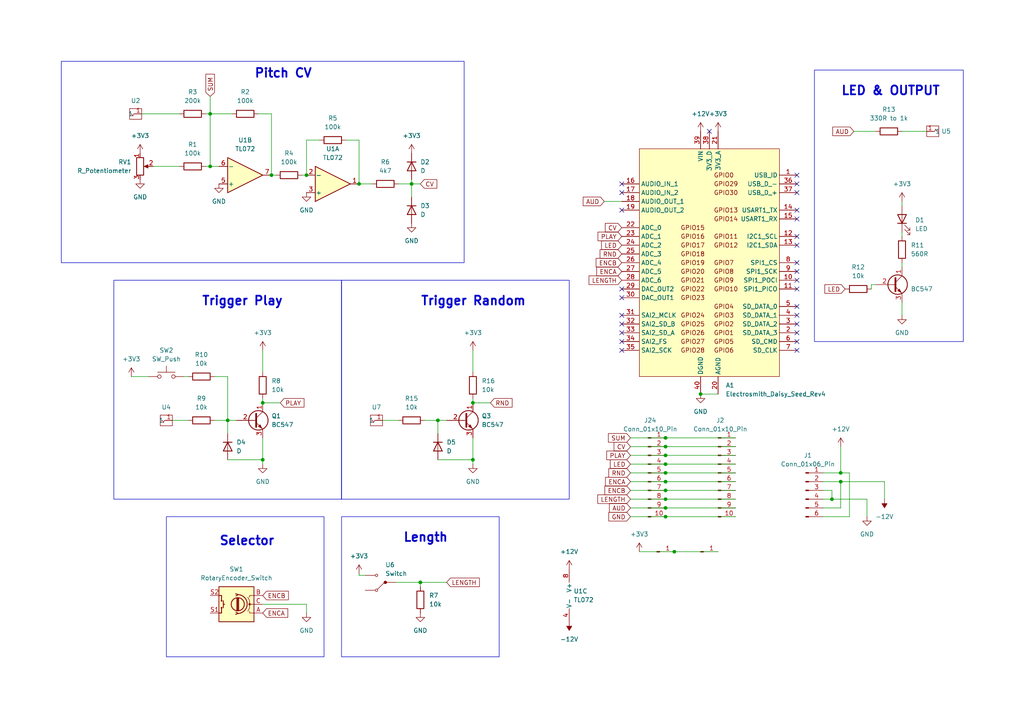
<source format=kicad_sch>
(kicad_sch (version 20230121) (generator eeschema)

  (uuid fd3de87e-220b-42d5-bd60-3607c1d55f47)

  (paper "A4")

  (lib_symbols
    (symbol "Amplifier_Operational:TL072" (pin_names (offset 0.127)) (in_bom yes) (on_board yes)
      (property "Reference" "U" (at 0 5.08 0)
        (effects (font (size 1.27 1.27)) (justify left))
      )
      (property "Value" "TL072" (at 0 -5.08 0)
        (effects (font (size 1.27 1.27)) (justify left))
      )
      (property "Footprint" "" (at 0 0 0)
        (effects (font (size 1.27 1.27)) hide)
      )
      (property "Datasheet" "http://www.ti.com/lit/ds/symlink/tl071.pdf" (at 0 0 0)
        (effects (font (size 1.27 1.27)) hide)
      )
      (property "ki_locked" "" (at 0 0 0)
        (effects (font (size 1.27 1.27)))
      )
      (property "ki_keywords" "dual opamp" (at 0 0 0)
        (effects (font (size 1.27 1.27)) hide)
      )
      (property "ki_description" "Dual Low-Noise JFET-Input Operational Amplifiers, DIP-8/SOIC-8" (at 0 0 0)
        (effects (font (size 1.27 1.27)) hide)
      )
      (property "ki_fp_filters" "SOIC*3.9x4.9mm*P1.27mm* DIP*W7.62mm* TO*99* OnSemi*Micro8* TSSOP*3x3mm*P0.65mm* TSSOP*4.4x3mm*P0.65mm* MSOP*3x3mm*P0.65mm* SSOP*3.9x4.9mm*P0.635mm* LFCSP*2x2mm*P0.5mm* *SIP* SOIC*5.3x6.2mm*P1.27mm*" (at 0 0 0)
        (effects (font (size 1.27 1.27)) hide)
      )
      (symbol "TL072_1_1"
        (polyline
          (pts
            (xy -5.08 5.08)
            (xy 5.08 0)
            (xy -5.08 -5.08)
            (xy -5.08 5.08)
          )
          (stroke (width 0.254) (type default))
          (fill (type background))
        )
        (pin output line (at 7.62 0 180) (length 2.54)
          (name "~" (effects (font (size 1.27 1.27))))
          (number "1" (effects (font (size 1.27 1.27))))
        )
        (pin input line (at -7.62 -2.54 0) (length 2.54)
          (name "-" (effects (font (size 1.27 1.27))))
          (number "2" (effects (font (size 1.27 1.27))))
        )
        (pin input line (at -7.62 2.54 0) (length 2.54)
          (name "+" (effects (font (size 1.27 1.27))))
          (number "3" (effects (font (size 1.27 1.27))))
        )
      )
      (symbol "TL072_2_1"
        (polyline
          (pts
            (xy -5.08 5.08)
            (xy 5.08 0)
            (xy -5.08 -5.08)
            (xy -5.08 5.08)
          )
          (stroke (width 0.254) (type default))
          (fill (type background))
        )
        (pin input line (at -7.62 2.54 0) (length 2.54)
          (name "+" (effects (font (size 1.27 1.27))))
          (number "5" (effects (font (size 1.27 1.27))))
        )
        (pin input line (at -7.62 -2.54 0) (length 2.54)
          (name "-" (effects (font (size 1.27 1.27))))
          (number "6" (effects (font (size 1.27 1.27))))
        )
        (pin output line (at 7.62 0 180) (length 2.54)
          (name "~" (effects (font (size 1.27 1.27))))
          (number "7" (effects (font (size 1.27 1.27))))
        )
      )
      (symbol "TL072_3_1"
        (pin power_in line (at -2.54 -7.62 90) (length 3.81)
          (name "V-" (effects (font (size 1.27 1.27))))
          (number "4" (effects (font (size 1.27 1.27))))
        )
        (pin power_in line (at -2.54 7.62 270) (length 3.81)
          (name "V+" (effects (font (size 1.27 1.27))))
          (number "8" (effects (font (size 1.27 1.27))))
        )
      )
    )
    (symbol "Connector:Conn_01x01_Pin" (pin_names (offset 1.016) hide) (in_bom yes) (on_board yes)
      (property "Reference" "J" (at 0 2.54 0)
        (effects (font (size 1.27 1.27)))
      )
      (property "Value" "Conn_01x01_Pin" (at 0 -2.54 0)
        (effects (font (size 1.27 1.27)))
      )
      (property "Footprint" "" (at 0 0 0)
        (effects (font (size 1.27 1.27)) hide)
      )
      (property "Datasheet" "~" (at 0 0 0)
        (effects (font (size 1.27 1.27)) hide)
      )
      (property "ki_locked" "" (at 0 0 0)
        (effects (font (size 1.27 1.27)))
      )
      (property "ki_keywords" "connector" (at 0 0 0)
        (effects (font (size 1.27 1.27)) hide)
      )
      (property "ki_description" "Generic connector, single row, 01x01, script generated" (at 0 0 0)
        (effects (font (size 1.27 1.27)) hide)
      )
      (property "ki_fp_filters" "Connector*:*_1x??_*" (at 0 0 0)
        (effects (font (size 1.27 1.27)) hide)
      )
      (symbol "Conn_01x01_Pin_1_1"
        (polyline
          (pts
            (xy 1.27 0)
            (xy 0.8636 0)
          )
          (stroke (width 0.1524) (type default))
          (fill (type none))
        )
        (rectangle (start 0.8636 0.127) (end 0 -0.127)
          (stroke (width 0.1524) (type default))
          (fill (type outline))
        )
        (pin passive line (at 5.08 0 180) (length 3.81)
          (name "Pin_1" (effects (font (size 1.27 1.27))))
          (number "1" (effects (font (size 1.27 1.27))))
        )
      )
    )
    (symbol "Connector:Conn_01x06_Pin" (pin_names (offset 1.016) hide) (in_bom yes) (on_board yes)
      (property "Reference" "J" (at 0 7.62 0)
        (effects (font (size 1.27 1.27)))
      )
      (property "Value" "Conn_01x06_Pin" (at 0 -10.16 0)
        (effects (font (size 1.27 1.27)))
      )
      (property "Footprint" "" (at 0 0 0)
        (effects (font (size 1.27 1.27)) hide)
      )
      (property "Datasheet" "~" (at 0 0 0)
        (effects (font (size 1.27 1.27)) hide)
      )
      (property "ki_locked" "" (at 0 0 0)
        (effects (font (size 1.27 1.27)))
      )
      (property "ki_keywords" "connector" (at 0 0 0)
        (effects (font (size 1.27 1.27)) hide)
      )
      (property "ki_description" "Generic connector, single row, 01x06, script generated" (at 0 0 0)
        (effects (font (size 1.27 1.27)) hide)
      )
      (property "ki_fp_filters" "Connector*:*_1x??_*" (at 0 0 0)
        (effects (font (size 1.27 1.27)) hide)
      )
      (symbol "Conn_01x06_Pin_1_1"
        (polyline
          (pts
            (xy 1.27 -7.62)
            (xy 0.8636 -7.62)
          )
          (stroke (width 0.1524) (type default))
          (fill (type none))
        )
        (polyline
          (pts
            (xy 1.27 -5.08)
            (xy 0.8636 -5.08)
          )
          (stroke (width 0.1524) (type default))
          (fill (type none))
        )
        (polyline
          (pts
            (xy 1.27 -2.54)
            (xy 0.8636 -2.54)
          )
          (stroke (width 0.1524) (type default))
          (fill (type none))
        )
        (polyline
          (pts
            (xy 1.27 0)
            (xy 0.8636 0)
          )
          (stroke (width 0.1524) (type default))
          (fill (type none))
        )
        (polyline
          (pts
            (xy 1.27 2.54)
            (xy 0.8636 2.54)
          )
          (stroke (width 0.1524) (type default))
          (fill (type none))
        )
        (polyline
          (pts
            (xy 1.27 5.08)
            (xy 0.8636 5.08)
          )
          (stroke (width 0.1524) (type default))
          (fill (type none))
        )
        (rectangle (start 0.8636 -7.493) (end 0 -7.747)
          (stroke (width 0.1524) (type default))
          (fill (type outline))
        )
        (rectangle (start 0.8636 -4.953) (end 0 -5.207)
          (stroke (width 0.1524) (type default))
          (fill (type outline))
        )
        (rectangle (start 0.8636 -2.413) (end 0 -2.667)
          (stroke (width 0.1524) (type default))
          (fill (type outline))
        )
        (rectangle (start 0.8636 0.127) (end 0 -0.127)
          (stroke (width 0.1524) (type default))
          (fill (type outline))
        )
        (rectangle (start 0.8636 2.667) (end 0 2.413)
          (stroke (width 0.1524) (type default))
          (fill (type outline))
        )
        (rectangle (start 0.8636 5.207) (end 0 4.953)
          (stroke (width 0.1524) (type default))
          (fill (type outline))
        )
        (pin passive line (at 5.08 5.08 180) (length 3.81)
          (name "Pin_1" (effects (font (size 1.27 1.27))))
          (number "1" (effects (font (size 1.27 1.27))))
        )
        (pin passive line (at 5.08 2.54 180) (length 3.81)
          (name "Pin_2" (effects (font (size 1.27 1.27))))
          (number "2" (effects (font (size 1.27 1.27))))
        )
        (pin passive line (at 5.08 0 180) (length 3.81)
          (name "Pin_3" (effects (font (size 1.27 1.27))))
          (number "3" (effects (font (size 1.27 1.27))))
        )
        (pin passive line (at 5.08 -2.54 180) (length 3.81)
          (name "Pin_4" (effects (font (size 1.27 1.27))))
          (number "4" (effects (font (size 1.27 1.27))))
        )
        (pin passive line (at 5.08 -5.08 180) (length 3.81)
          (name "Pin_5" (effects (font (size 1.27 1.27))))
          (number "5" (effects (font (size 1.27 1.27))))
        )
        (pin passive line (at 5.08 -7.62 180) (length 3.81)
          (name "Pin_6" (effects (font (size 1.27 1.27))))
          (number "6" (effects (font (size 1.27 1.27))))
        )
      )
    )
    (symbol "Connector:Conn_01x10_Pin" (pin_names (offset 1.016) hide) (in_bom yes) (on_board yes)
      (property "Reference" "J" (at 0 12.7 0)
        (effects (font (size 1.27 1.27)))
      )
      (property "Value" "Conn_01x10_Pin" (at 0 -15.24 0)
        (effects (font (size 1.27 1.27)))
      )
      (property "Footprint" "" (at 0 0 0)
        (effects (font (size 1.27 1.27)) hide)
      )
      (property "Datasheet" "~" (at 0 0 0)
        (effects (font (size 1.27 1.27)) hide)
      )
      (property "ki_locked" "" (at 0 0 0)
        (effects (font (size 1.27 1.27)))
      )
      (property "ki_keywords" "connector" (at 0 0 0)
        (effects (font (size 1.27 1.27)) hide)
      )
      (property "ki_description" "Generic connector, single row, 01x10, script generated" (at 0 0 0)
        (effects (font (size 1.27 1.27)) hide)
      )
      (property "ki_fp_filters" "Connector*:*_1x??_*" (at 0 0 0)
        (effects (font (size 1.27 1.27)) hide)
      )
      (symbol "Conn_01x10_Pin_1_1"
        (polyline
          (pts
            (xy 1.27 -12.7)
            (xy 0.8636 -12.7)
          )
          (stroke (width 0.1524) (type default))
          (fill (type none))
        )
        (polyline
          (pts
            (xy 1.27 -10.16)
            (xy 0.8636 -10.16)
          )
          (stroke (width 0.1524) (type default))
          (fill (type none))
        )
        (polyline
          (pts
            (xy 1.27 -7.62)
            (xy 0.8636 -7.62)
          )
          (stroke (width 0.1524) (type default))
          (fill (type none))
        )
        (polyline
          (pts
            (xy 1.27 -5.08)
            (xy 0.8636 -5.08)
          )
          (stroke (width 0.1524) (type default))
          (fill (type none))
        )
        (polyline
          (pts
            (xy 1.27 -2.54)
            (xy 0.8636 -2.54)
          )
          (stroke (width 0.1524) (type default))
          (fill (type none))
        )
        (polyline
          (pts
            (xy 1.27 0)
            (xy 0.8636 0)
          )
          (stroke (width 0.1524) (type default))
          (fill (type none))
        )
        (polyline
          (pts
            (xy 1.27 2.54)
            (xy 0.8636 2.54)
          )
          (stroke (width 0.1524) (type default))
          (fill (type none))
        )
        (polyline
          (pts
            (xy 1.27 5.08)
            (xy 0.8636 5.08)
          )
          (stroke (width 0.1524) (type default))
          (fill (type none))
        )
        (polyline
          (pts
            (xy 1.27 7.62)
            (xy 0.8636 7.62)
          )
          (stroke (width 0.1524) (type default))
          (fill (type none))
        )
        (polyline
          (pts
            (xy 1.27 10.16)
            (xy 0.8636 10.16)
          )
          (stroke (width 0.1524) (type default))
          (fill (type none))
        )
        (rectangle (start 0.8636 -12.573) (end 0 -12.827)
          (stroke (width 0.1524) (type default))
          (fill (type outline))
        )
        (rectangle (start 0.8636 -10.033) (end 0 -10.287)
          (stroke (width 0.1524) (type default))
          (fill (type outline))
        )
        (rectangle (start 0.8636 -7.493) (end 0 -7.747)
          (stroke (width 0.1524) (type default))
          (fill (type outline))
        )
        (rectangle (start 0.8636 -4.953) (end 0 -5.207)
          (stroke (width 0.1524) (type default))
          (fill (type outline))
        )
        (rectangle (start 0.8636 -2.413) (end 0 -2.667)
          (stroke (width 0.1524) (type default))
          (fill (type outline))
        )
        (rectangle (start 0.8636 0.127) (end 0 -0.127)
          (stroke (width 0.1524) (type default))
          (fill (type outline))
        )
        (rectangle (start 0.8636 2.667) (end 0 2.413)
          (stroke (width 0.1524) (type default))
          (fill (type outline))
        )
        (rectangle (start 0.8636 5.207) (end 0 4.953)
          (stroke (width 0.1524) (type default))
          (fill (type outline))
        )
        (rectangle (start 0.8636 7.747) (end 0 7.493)
          (stroke (width 0.1524) (type default))
          (fill (type outline))
        )
        (rectangle (start 0.8636 10.287) (end 0 10.033)
          (stroke (width 0.1524) (type default))
          (fill (type outline))
        )
        (pin passive line (at 5.08 10.16 180) (length 3.81)
          (name "Pin_1" (effects (font (size 1.27 1.27))))
          (number "1" (effects (font (size 1.27 1.27))))
        )
        (pin passive line (at 5.08 -12.7 180) (length 3.81)
          (name "Pin_10" (effects (font (size 1.27 1.27))))
          (number "10" (effects (font (size 1.27 1.27))))
        )
        (pin passive line (at 5.08 7.62 180) (length 3.81)
          (name "Pin_2" (effects (font (size 1.27 1.27))))
          (number "2" (effects (font (size 1.27 1.27))))
        )
        (pin passive line (at 5.08 5.08 180) (length 3.81)
          (name "Pin_3" (effects (font (size 1.27 1.27))))
          (number "3" (effects (font (size 1.27 1.27))))
        )
        (pin passive line (at 5.08 2.54 180) (length 3.81)
          (name "Pin_4" (effects (font (size 1.27 1.27))))
          (number "4" (effects (font (size 1.27 1.27))))
        )
        (pin passive line (at 5.08 0 180) (length 3.81)
          (name "Pin_5" (effects (font (size 1.27 1.27))))
          (number "5" (effects (font (size 1.27 1.27))))
        )
        (pin passive line (at 5.08 -2.54 180) (length 3.81)
          (name "Pin_6" (effects (font (size 1.27 1.27))))
          (number "6" (effects (font (size 1.27 1.27))))
        )
        (pin passive line (at 5.08 -5.08 180) (length 3.81)
          (name "Pin_7" (effects (font (size 1.27 1.27))))
          (number "7" (effects (font (size 1.27 1.27))))
        )
        (pin passive line (at 5.08 -7.62 180) (length 3.81)
          (name "Pin_8" (effects (font (size 1.27 1.27))))
          (number "8" (effects (font (size 1.27 1.27))))
        )
        (pin passive line (at 5.08 -10.16 180) (length 3.81)
          (name "Pin_9" (effects (font (size 1.27 1.27))))
          (number "9" (effects (font (size 1.27 1.27))))
        )
      )
    )
    (symbol "Device:D" (pin_numbers hide) (pin_names (offset 1.016) hide) (in_bom yes) (on_board yes)
      (property "Reference" "D" (at 0 2.54 0)
        (effects (font (size 1.27 1.27)))
      )
      (property "Value" "D" (at 0 -2.54 0)
        (effects (font (size 1.27 1.27)))
      )
      (property "Footprint" "" (at 0 0 0)
        (effects (font (size 1.27 1.27)) hide)
      )
      (property "Datasheet" "~" (at 0 0 0)
        (effects (font (size 1.27 1.27)) hide)
      )
      (property "Sim.Device" "D" (at 0 0 0)
        (effects (font (size 1.27 1.27)) hide)
      )
      (property "Sim.Pins" "1=K 2=A" (at 0 0 0)
        (effects (font (size 1.27 1.27)) hide)
      )
      (property "ki_keywords" "diode" (at 0 0 0)
        (effects (font (size 1.27 1.27)) hide)
      )
      (property "ki_description" "Diode" (at 0 0 0)
        (effects (font (size 1.27 1.27)) hide)
      )
      (property "ki_fp_filters" "TO-???* *_Diode_* *SingleDiode* D_*" (at 0 0 0)
        (effects (font (size 1.27 1.27)) hide)
      )
      (symbol "D_0_1"
        (polyline
          (pts
            (xy -1.27 1.27)
            (xy -1.27 -1.27)
          )
          (stroke (width 0.254) (type default))
          (fill (type none))
        )
        (polyline
          (pts
            (xy 1.27 0)
            (xy -1.27 0)
          )
          (stroke (width 0) (type default))
          (fill (type none))
        )
        (polyline
          (pts
            (xy 1.27 1.27)
            (xy 1.27 -1.27)
            (xy -1.27 0)
            (xy 1.27 1.27)
          )
          (stroke (width 0.254) (type default))
          (fill (type none))
        )
      )
      (symbol "D_1_1"
        (pin passive line (at -3.81 0 0) (length 2.54)
          (name "K" (effects (font (size 1.27 1.27))))
          (number "1" (effects (font (size 1.27 1.27))))
        )
        (pin passive line (at 3.81 0 180) (length 2.54)
          (name "A" (effects (font (size 1.27 1.27))))
          (number "2" (effects (font (size 1.27 1.27))))
        )
      )
    )
    (symbol "Device:LED" (pin_numbers hide) (pin_names (offset 1.016) hide) (in_bom yes) (on_board yes)
      (property "Reference" "D" (at 0 2.54 0)
        (effects (font (size 1.27 1.27)))
      )
      (property "Value" "LED" (at 0 -2.54 0)
        (effects (font (size 1.27 1.27)))
      )
      (property "Footprint" "" (at 0 0 0)
        (effects (font (size 1.27 1.27)) hide)
      )
      (property "Datasheet" "~" (at 0 0 0)
        (effects (font (size 1.27 1.27)) hide)
      )
      (property "ki_keywords" "LED diode" (at 0 0 0)
        (effects (font (size 1.27 1.27)) hide)
      )
      (property "ki_description" "Light emitting diode" (at 0 0 0)
        (effects (font (size 1.27 1.27)) hide)
      )
      (property "ki_fp_filters" "LED* LED_SMD:* LED_THT:*" (at 0 0 0)
        (effects (font (size 1.27 1.27)) hide)
      )
      (symbol "LED_0_1"
        (polyline
          (pts
            (xy -1.27 -1.27)
            (xy -1.27 1.27)
          )
          (stroke (width 0.254) (type default))
          (fill (type none))
        )
        (polyline
          (pts
            (xy -1.27 0)
            (xy 1.27 0)
          )
          (stroke (width 0) (type default))
          (fill (type none))
        )
        (polyline
          (pts
            (xy 1.27 -1.27)
            (xy 1.27 1.27)
            (xy -1.27 0)
            (xy 1.27 -1.27)
          )
          (stroke (width 0.254) (type default))
          (fill (type none))
        )
        (polyline
          (pts
            (xy -3.048 -0.762)
            (xy -4.572 -2.286)
            (xy -3.81 -2.286)
            (xy -4.572 -2.286)
            (xy -4.572 -1.524)
          )
          (stroke (width 0) (type default))
          (fill (type none))
        )
        (polyline
          (pts
            (xy -1.778 -0.762)
            (xy -3.302 -2.286)
            (xy -2.54 -2.286)
            (xy -3.302 -2.286)
            (xy -3.302 -1.524)
          )
          (stroke (width 0) (type default))
          (fill (type none))
        )
      )
      (symbol "LED_1_1"
        (pin passive line (at -3.81 0 0) (length 2.54)
          (name "K" (effects (font (size 1.27 1.27))))
          (number "1" (effects (font (size 1.27 1.27))))
        )
        (pin passive line (at 3.81 0 180) (length 2.54)
          (name "A" (effects (font (size 1.27 1.27))))
          (number "2" (effects (font (size 1.27 1.27))))
        )
      )
    )
    (symbol "Device:R" (pin_numbers hide) (pin_names (offset 0)) (in_bom yes) (on_board yes)
      (property "Reference" "R" (at 2.032 0 90)
        (effects (font (size 1.27 1.27)))
      )
      (property "Value" "R" (at 0 0 90)
        (effects (font (size 1.27 1.27)))
      )
      (property "Footprint" "" (at -1.778 0 90)
        (effects (font (size 1.27 1.27)) hide)
      )
      (property "Datasheet" "~" (at 0 0 0)
        (effects (font (size 1.27 1.27)) hide)
      )
      (property "ki_keywords" "R res resistor" (at 0 0 0)
        (effects (font (size 1.27 1.27)) hide)
      )
      (property "ki_description" "Resistor" (at 0 0 0)
        (effects (font (size 1.27 1.27)) hide)
      )
      (property "ki_fp_filters" "R_*" (at 0 0 0)
        (effects (font (size 1.27 1.27)) hide)
      )
      (symbol "R_0_1"
        (rectangle (start -1.016 -2.54) (end 1.016 2.54)
          (stroke (width 0.254) (type default))
          (fill (type none))
        )
      )
      (symbol "R_1_1"
        (pin passive line (at 0 3.81 270) (length 1.27)
          (name "~" (effects (font (size 1.27 1.27))))
          (number "1" (effects (font (size 1.27 1.27))))
        )
        (pin passive line (at 0 -3.81 90) (length 1.27)
          (name "~" (effects (font (size 1.27 1.27))))
          (number "2" (effects (font (size 1.27 1.27))))
        )
      )
    )
    (symbol "Device:R_Potentiometer" (pin_names (offset 1.016) hide) (in_bom yes) (on_board yes)
      (property "Reference" "RV" (at -4.445 0 90)
        (effects (font (size 1.27 1.27)))
      )
      (property "Value" "R_Potentiometer" (at -2.54 0 90)
        (effects (font (size 1.27 1.27)))
      )
      (property "Footprint" "" (at 0 0 0)
        (effects (font (size 1.27 1.27)) hide)
      )
      (property "Datasheet" "~" (at 0 0 0)
        (effects (font (size 1.27 1.27)) hide)
      )
      (property "ki_keywords" "resistor variable" (at 0 0 0)
        (effects (font (size 1.27 1.27)) hide)
      )
      (property "ki_description" "Potentiometer" (at 0 0 0)
        (effects (font (size 1.27 1.27)) hide)
      )
      (property "ki_fp_filters" "Potentiometer*" (at 0 0 0)
        (effects (font (size 1.27 1.27)) hide)
      )
      (symbol "R_Potentiometer_0_1"
        (polyline
          (pts
            (xy 2.54 0)
            (xy 1.524 0)
          )
          (stroke (width 0) (type default))
          (fill (type none))
        )
        (polyline
          (pts
            (xy 1.143 0)
            (xy 2.286 0.508)
            (xy 2.286 -0.508)
            (xy 1.143 0)
          )
          (stroke (width 0) (type default))
          (fill (type outline))
        )
        (rectangle (start 1.016 2.54) (end -1.016 -2.54)
          (stroke (width 0.254) (type default))
          (fill (type none))
        )
      )
      (symbol "R_Potentiometer_1_1"
        (pin passive line (at 0 3.81 270) (length 1.27)
          (name "1" (effects (font (size 1.27 1.27))))
          (number "1" (effects (font (size 1.27 1.27))))
        )
        (pin passive line (at 3.81 0 180) (length 1.27)
          (name "2" (effects (font (size 1.27 1.27))))
          (number "2" (effects (font (size 1.27 1.27))))
        )
        (pin passive line (at 0 -3.81 90) (length 1.27)
          (name "3" (effects (font (size 1.27 1.27))))
          (number "3" (effects (font (size 1.27 1.27))))
        )
      )
    )
    (symbol "Device:RotaryEncoder_Switch" (pin_names (offset 0.254) hide) (in_bom yes) (on_board yes)
      (property "Reference" "SW" (at 0 6.604 0)
        (effects (font (size 1.27 1.27)))
      )
      (property "Value" "RotaryEncoder_Switch" (at 0 -6.604 0)
        (effects (font (size 1.27 1.27)))
      )
      (property "Footprint" "" (at -3.81 4.064 0)
        (effects (font (size 1.27 1.27)) hide)
      )
      (property "Datasheet" "~" (at 0 6.604 0)
        (effects (font (size 1.27 1.27)) hide)
      )
      (property "ki_keywords" "rotary switch encoder switch push button" (at 0 0 0)
        (effects (font (size 1.27 1.27)) hide)
      )
      (property "ki_description" "Rotary encoder, dual channel, incremental quadrate outputs, with switch" (at 0 0 0)
        (effects (font (size 1.27 1.27)) hide)
      )
      (property "ki_fp_filters" "RotaryEncoder*Switch*" (at 0 0 0)
        (effects (font (size 1.27 1.27)) hide)
      )
      (symbol "RotaryEncoder_Switch_0_1"
        (rectangle (start -5.08 5.08) (end 5.08 -5.08)
          (stroke (width 0.254) (type default))
          (fill (type background))
        )
        (circle (center -3.81 0) (radius 0.254)
          (stroke (width 0) (type default))
          (fill (type outline))
        )
        (circle (center -0.381 0) (radius 1.905)
          (stroke (width 0.254) (type default))
          (fill (type none))
        )
        (arc (start -0.381 2.667) (mid -3.0988 -0.0635) (end -0.381 -2.794)
          (stroke (width 0.254) (type default))
          (fill (type none))
        )
        (polyline
          (pts
            (xy -0.635 -1.778)
            (xy -0.635 1.778)
          )
          (stroke (width 0.254) (type default))
          (fill (type none))
        )
        (polyline
          (pts
            (xy -0.381 -1.778)
            (xy -0.381 1.778)
          )
          (stroke (width 0.254) (type default))
          (fill (type none))
        )
        (polyline
          (pts
            (xy -0.127 1.778)
            (xy -0.127 -1.778)
          )
          (stroke (width 0.254) (type default))
          (fill (type none))
        )
        (polyline
          (pts
            (xy 3.81 0)
            (xy 3.429 0)
          )
          (stroke (width 0.254) (type default))
          (fill (type none))
        )
        (polyline
          (pts
            (xy 3.81 1.016)
            (xy 3.81 -1.016)
          )
          (stroke (width 0.254) (type default))
          (fill (type none))
        )
        (polyline
          (pts
            (xy -5.08 -2.54)
            (xy -3.81 -2.54)
            (xy -3.81 -2.032)
          )
          (stroke (width 0) (type default))
          (fill (type none))
        )
        (polyline
          (pts
            (xy -5.08 2.54)
            (xy -3.81 2.54)
            (xy -3.81 2.032)
          )
          (stroke (width 0) (type default))
          (fill (type none))
        )
        (polyline
          (pts
            (xy 0.254 -3.048)
            (xy -0.508 -2.794)
            (xy 0.127 -2.413)
          )
          (stroke (width 0.254) (type default))
          (fill (type none))
        )
        (polyline
          (pts
            (xy 0.254 2.921)
            (xy -0.508 2.667)
            (xy 0.127 2.286)
          )
          (stroke (width 0.254) (type default))
          (fill (type none))
        )
        (polyline
          (pts
            (xy 5.08 -2.54)
            (xy 4.318 -2.54)
            (xy 4.318 -1.016)
          )
          (stroke (width 0.254) (type default))
          (fill (type none))
        )
        (polyline
          (pts
            (xy 5.08 2.54)
            (xy 4.318 2.54)
            (xy 4.318 1.016)
          )
          (stroke (width 0.254) (type default))
          (fill (type none))
        )
        (polyline
          (pts
            (xy -5.08 0)
            (xy -3.81 0)
            (xy -3.81 -1.016)
            (xy -3.302 -2.032)
          )
          (stroke (width 0) (type default))
          (fill (type none))
        )
        (polyline
          (pts
            (xy -4.318 0)
            (xy -3.81 0)
            (xy -3.81 1.016)
            (xy -3.302 2.032)
          )
          (stroke (width 0) (type default))
          (fill (type none))
        )
        (circle (center 4.318 -1.016) (radius 0.127)
          (stroke (width 0.254) (type default))
          (fill (type none))
        )
        (circle (center 4.318 1.016) (radius 0.127)
          (stroke (width 0.254) (type default))
          (fill (type none))
        )
      )
      (symbol "RotaryEncoder_Switch_1_1"
        (pin passive line (at -7.62 2.54 0) (length 2.54)
          (name "A" (effects (font (size 1.27 1.27))))
          (number "A" (effects (font (size 1.27 1.27))))
        )
        (pin passive line (at -7.62 -2.54 0) (length 2.54)
          (name "B" (effects (font (size 1.27 1.27))))
          (number "B" (effects (font (size 1.27 1.27))))
        )
        (pin passive line (at -7.62 0 0) (length 2.54)
          (name "C" (effects (font (size 1.27 1.27))))
          (number "C" (effects (font (size 1.27 1.27))))
        )
        (pin passive line (at 7.62 2.54 180) (length 2.54)
          (name "S1" (effects (font (size 1.27 1.27))))
          (number "S1" (effects (font (size 1.27 1.27))))
        )
        (pin passive line (at 7.62 -2.54 180) (length 2.54)
          (name "S2" (effects (font (size 1.27 1.27))))
          (number "S2" (effects (font (size 1.27 1.27))))
        )
      )
    )
    (symbol "HEJ:Aux_flush" (in_bom yes) (on_board yes)
      (property "Reference" "U" (at -0.0508 5.3848 0)
        (effects (font (size 1.27 1.27)))
      )
      (property "Value" "Aux_flush" (at 0 3.5052 0)
        (effects (font (size 1.27 1.27)) hide)
      )
      (property "Footprint" "" (at 0 0 0)
        (effects (font (size 1.27 1.27)) hide)
      )
      (property "Datasheet" "" (at 0 0 0)
        (effects (font (size 1.27 1.27)) hide)
      )
      (symbol "Aux_flush_0_1"
        (rectangle (start -1.778 1.524) (end 1.7272 -1.5748)
          (stroke (width 0) (type default))
          (fill (type none))
        )
        (polyline
          (pts
            (xy -1.2192 0.0508)
            (xy -0.8636 -0.6604)
            (xy -0.5588 0)
            (xy 1.6764 0)
          )
          (stroke (width 0) (type default))
          (fill (type none))
        )
      )
      (symbol "Aux_flush_1_1"
        (pin bidirectional line (at 1.7272 0 180) (length 2)
          (name "1" (effects (font (size 1.27 1.27))))
          (number "1" (effects (font (size 1.27 1.27))))
        )
      )
    )
    (symbol "HEJ:Switch" (in_bom yes) (on_board yes)
      (property "Reference" "U" (at 0 4.318 0)
        (effects (font (size 1.27 1.27)))
      )
      (property "Value" "Switch" (at 0 -6.096 0)
        (effects (font (size 1.27 1.27)))
      )
      (property "Footprint" "pretties:Switch" (at 0 -2.54 0)
        (effects (font (size 1.27 1.27)) hide)
      )
      (property "Datasheet" "" (at 0 0 0)
        (effects (font (size 1.27 1.27)) hide)
      )
      (symbol "Switch_0_1"
        (polyline
          (pts
            (xy 0 0)
            (xy -3.048 0)
          )
          (stroke (width 0) (type default))
          (fill (type none))
        )
        (polyline
          (pts
            (xy 0.254 0)
            (xy 2.286 2.032)
          )
          (stroke (width 0) (type default))
          (fill (type none))
        )
        (polyline
          (pts
            (xy 3.048 -2.032)
            (xy 5.842 -2.032)
          )
          (stroke (width 0) (type default))
          (fill (type none))
        )
        (polyline
          (pts
            (xy 3.048 2.286)
            (xy 5.842 2.286)
          )
          (stroke (width 0) (type default))
          (fill (type none))
        )
        (circle (center 0 0) (radius 0.3965)
          (stroke (width 0) (type default))
          (fill (type outline))
        )
        (circle (center 2.54 -2.032) (radius 0.3592)
          (stroke (width 0) (type default))
          (fill (type none))
        )
        (circle (center 2.54 2.286) (radius 0.3592)
          (stroke (width 0) (type default))
          (fill (type none))
        )
      )
      (symbol "Switch_1_1"
        (pin input line (at 5.842 2.286 180) (length 2.54) hide
          (name "1" (effects (font (size 1.27 1.27))))
          (number "1" (effects (font (size 1.27 1.27))))
        )
        (pin input line (at -3.048 0 0) (length 2.54) hide
          (name "2" (effects (font (size 1.27 1.27))))
          (number "2" (effects (font (size 1.27 1.27))))
        )
        (pin input line (at 5.842 -2.032 180) (length 2.54) hide
          (name "3" (effects (font (size 1.27 1.27))))
          (number "3" (effects (font (size 1.27 1.27))))
        )
      )
    )
    (symbol "MCU_Module:Electrosmith_Daisy_Seed_Rev4" (in_bom yes) (on_board yes)
      (property "Reference" "A" (at -20.32 34.29 0)
        (effects (font (size 1.27 1.27)) (justify left))
      )
      (property "Value" "Electrosmith_Daisy_Seed_Rev4" (at 33.02 34.29 0)
        (effects (font (size 1.27 1.27)) (justify right))
      )
      (property "Footprint" "Module:Electrosmith_Daisy_Seed" (at 19.05 -35.56 0)
        (effects (font (size 1.27 1.27)) hide)
      )
      (property "Datasheet" "https://static1.squarespace.com/static/58d03fdc1b10e3bf442567b8/t/6227e6236f02fb68d1577146/1646781988478/Daisy_Seed_datasheet_v1.0.3.pdf" (at 77.47 -38.1 0)
        (effects (font (size 1.27 1.27)) hide)
      )
      (property "ki_keywords" "Electrosmith Daisy Seed Microcontroller Module ARM Cortex-M7" (at 0 0 0)
        (effects (font (size 1.27 1.27)) hide)
      )
      (property "ki_description" "Daisy is an embedded platform for music." (at 0 0 0)
        (effects (font (size 1.27 1.27)) hide)
      )
      (property "ki_fp_filters" "Electrosmith*Daisy*Seed*" (at 0 0 0)
        (effects (font (size 1.27 1.27)) hide)
      )
      (symbol "Electrosmith_Daisy_Seed_Rev4_0_0"
        (text "GPIO0" (at 1.27 25.4 0)
          (effects (font (size 1.27 1.27)) (justify left))
        )
        (text "GPIO1" (at 1.27 -20.32 0)
          (effects (font (size 1.27 1.27)) (justify left))
        )
        (text "GPIO10" (at 1.27 -7.62 0)
          (effects (font (size 1.27 1.27)) (justify left))
        )
        (text "GPIO11" (at 1.27 7.62 0)
          (effects (font (size 1.27 1.27)) (justify left))
        )
        (text "GPIO12" (at 1.27 5.08 0)
          (effects (font (size 1.27 1.27)) (justify left))
        )
        (text "GPIO13" (at 1.27 15.24 0)
          (effects (font (size 1.27 1.27)) (justify left))
        )
        (text "GPIO14" (at 1.27 12.7 0)
          (effects (font (size 1.27 1.27)) (justify left))
        )
        (text "GPIO15" (at -1.27 10.16 0)
          (effects (font (size 1.27 1.27)) (justify right))
        )
        (text "GPIO16" (at -1.27 7.62 0)
          (effects (font (size 1.27 1.27)) (justify right))
        )
        (text "GPIO17" (at -1.27 5.08 0)
          (effects (font (size 1.27 1.27)) (justify right))
        )
        (text "GPIO18" (at -1.27 2.54 0)
          (effects (font (size 1.27 1.27)) (justify right))
        )
        (text "GPIO19" (at -1.27 0 0)
          (effects (font (size 1.27 1.27)) (justify right))
        )
        (text "GPIO2" (at 1.27 -17.78 0)
          (effects (font (size 1.27 1.27)) (justify left))
        )
        (text "GPIO20" (at -1.27 -2.54 0)
          (effects (font (size 1.27 1.27)) (justify right))
        )
        (text "GPIO21" (at -1.27 -5.08 0)
          (effects (font (size 1.27 1.27)) (justify right))
        )
        (text "GPIO22" (at -1.27 -7.62 0)
          (effects (font (size 1.27 1.27)) (justify right))
        )
        (text "GPIO23" (at -1.27 -10.16 0)
          (effects (font (size 1.27 1.27)) (justify right))
        )
        (text "GPIO24" (at -1.27 -15.24 0)
          (effects (font (size 1.27 1.27)) (justify right))
        )
        (text "GPIO25" (at -1.27 -17.78 0)
          (effects (font (size 1.27 1.27)) (justify right))
        )
        (text "GPIO26" (at -1.27 -20.32 0)
          (effects (font (size 1.27 1.27)) (justify right))
        )
        (text "GPIO27" (at -1.27 -22.86 0)
          (effects (font (size 1.27 1.27)) (justify right))
        )
        (text "GPIO28" (at -1.27 -25.4 0)
          (effects (font (size 1.27 1.27)) (justify right))
        )
        (text "GPIO29" (at 1.27 22.86 0)
          (effects (font (size 1.27 1.27)) (justify left))
        )
        (text "GPIO3" (at 1.27 -15.24 0)
          (effects (font (size 1.27 1.27)) (justify left))
        )
        (text "GPIO30" (at 1.27 20.32 0)
          (effects (font (size 1.27 1.27)) (justify left))
        )
        (text "GPIO4" (at 1.27 -12.7 0)
          (effects (font (size 1.27 1.27)) (justify left))
        )
        (text "GPIO5" (at 1.27 -22.86 0)
          (effects (font (size 1.27 1.27)) (justify left))
        )
        (text "GPIO6" (at 1.27 -25.4 0)
          (effects (font (size 1.27 1.27)) (justify left))
        )
        (text "GPIO7" (at 1.27 0 0)
          (effects (font (size 1.27 1.27)) (justify left))
        )
        (text "GPIO8" (at 1.27 -2.54 0)
          (effects (font (size 1.27 1.27)) (justify left))
        )
        (text "GPIO9" (at 1.27 -5.08 0)
          (effects (font (size 1.27 1.27)) (justify left))
        )
        (pin bidirectional line (at 25.4 25.4 180) (length 5.08)
          (name "USB_ID" (effects (font (size 1.27 1.27))))
          (number "1" (effects (font (size 1.27 1.27))))
        )
        (pin bidirectional line (at 25.4 -5.08 180) (length 5.08)
          (name "SPI1_POCI" (effects (font (size 1.27 1.27))))
          (number "10" (effects (font (size 1.27 1.27))))
        )
        (pin bidirectional line (at 25.4 -7.62 180) (length 5.08)
          (name "SPI1_PICO" (effects (font (size 1.27 1.27))))
          (number "11" (effects (font (size 1.27 1.27))))
        )
        (pin bidirectional line (at 25.4 7.62 180) (length 5.08)
          (name "I2C1_SCL" (effects (font (size 1.27 1.27))))
          (number "12" (effects (font (size 1.27 1.27))))
        )
        (pin bidirectional line (at 25.4 5.08 180) (length 5.08)
          (name "I2C1_SDA" (effects (font (size 1.27 1.27))))
          (number "13" (effects (font (size 1.27 1.27))))
        )
        (pin bidirectional line (at 25.4 15.24 180) (length 5.08)
          (name "USART1_TX" (effects (font (size 1.27 1.27))))
          (number "14" (effects (font (size 1.27 1.27))))
        )
        (pin bidirectional line (at 25.4 12.7 180) (length 5.08)
          (name "USART1_RX" (effects (font (size 1.27 1.27))))
          (number "15" (effects (font (size 1.27 1.27))))
        )
        (pin input line (at -25.4 22.86 0) (length 5.08)
          (name "AUDIO_IN_1" (effects (font (size 1.27 1.27))))
          (number "16" (effects (font (size 1.27 1.27))))
        )
        (pin input line (at -25.4 20.32 0) (length 5.08)
          (name "AUDIO_IN_2" (effects (font (size 1.27 1.27))))
          (number "17" (effects (font (size 1.27 1.27))))
        )
        (pin output line (at -25.4 17.78 0) (length 5.08)
          (name "AUDIO_OUT_1" (effects (font (size 1.27 1.27))))
          (number "18" (effects (font (size 1.27 1.27))))
        )
        (pin output line (at -25.4 15.24 0) (length 5.08)
          (name "AUDIO_OUT_2" (effects (font (size 1.27 1.27))))
          (number "19" (effects (font (size 1.27 1.27))))
        )
        (pin bidirectional line (at 25.4 -20.32 180) (length 5.08)
          (name "SD_DATA_3" (effects (font (size 1.27 1.27))))
          (number "2" (effects (font (size 1.27 1.27))))
        )
        (pin power_in line (at 2.54 -38.1 90) (length 5.08)
          (name "AGND" (effects (font (size 1.27 1.27))))
          (number "20" (effects (font (size 1.27 1.27))))
        )
        (pin power_out line (at 2.54 38.1 270) (length 5.08)
          (name "3V3_A" (effects (font (size 1.27 1.27))))
          (number "21" (effects (font (size 1.27 1.27))))
        )
        (pin bidirectional line (at -25.4 10.16 0) (length 5.08)
          (name "ADC_0" (effects (font (size 1.27 1.27))))
          (number "22" (effects (font (size 1.27 1.27))))
        )
        (pin bidirectional line (at -25.4 7.62 0) (length 5.08)
          (name "ADC_1" (effects (font (size 1.27 1.27))))
          (number "23" (effects (font (size 1.27 1.27))))
        )
        (pin bidirectional line (at -25.4 5.08 0) (length 5.08)
          (name "ADC_2" (effects (font (size 1.27 1.27))))
          (number "24" (effects (font (size 1.27 1.27))))
        )
        (pin bidirectional line (at -25.4 2.54 0) (length 5.08)
          (name "ADC_3" (effects (font (size 1.27 1.27))))
          (number "25" (effects (font (size 1.27 1.27))))
        )
        (pin bidirectional line (at -25.4 0 0) (length 5.08)
          (name "ADC_4" (effects (font (size 1.27 1.27))))
          (number "26" (effects (font (size 1.27 1.27))))
        )
        (pin bidirectional line (at -25.4 -2.54 0) (length 5.08)
          (name "ADC_5" (effects (font (size 1.27 1.27))))
          (number "27" (effects (font (size 1.27 1.27))))
        )
        (pin bidirectional line (at -25.4 -5.08 0) (length 5.08)
          (name "ADC_6" (effects (font (size 1.27 1.27))))
          (number "28" (effects (font (size 1.27 1.27))))
        )
        (pin bidirectional line (at -25.4 -7.62 0) (length 5.08)
          (name "DAC_OUT2" (effects (font (size 1.27 1.27))))
          (number "29" (effects (font (size 1.27 1.27))))
        )
        (pin bidirectional line (at 25.4 -17.78 180) (length 5.08)
          (name "SD_DATA_2" (effects (font (size 1.27 1.27))))
          (number "3" (effects (font (size 1.27 1.27))))
        )
        (pin bidirectional line (at -25.4 -10.16 0) (length 5.08)
          (name "DAC_OUT1" (effects (font (size 1.27 1.27))))
          (number "30" (effects (font (size 1.27 1.27))))
        )
        (pin bidirectional line (at -25.4 -15.24 0) (length 5.08)
          (name "SAI2_MCLK" (effects (font (size 1.27 1.27))))
          (number "31" (effects (font (size 1.27 1.27))))
        )
        (pin bidirectional line (at -25.4 -17.78 0) (length 5.08)
          (name "SAI2_SD_B" (effects (font (size 1.27 1.27))))
          (number "32" (effects (font (size 1.27 1.27))))
        )
        (pin bidirectional line (at -25.4 -20.32 0) (length 5.08)
          (name "SAI2_SD_A" (effects (font (size 1.27 1.27))))
          (number "33" (effects (font (size 1.27 1.27))))
        )
        (pin bidirectional line (at -25.4 -22.86 0) (length 5.08)
          (name "SAI2_FS" (effects (font (size 1.27 1.27))))
          (number "34" (effects (font (size 1.27 1.27))))
        )
        (pin bidirectional line (at -25.4 -25.4 0) (length 5.08)
          (name "SAI2_SCK" (effects (font (size 1.27 1.27))))
          (number "35" (effects (font (size 1.27 1.27))))
        )
        (pin bidirectional line (at 25.4 22.86 180) (length 5.08)
          (name "USB_D_-" (effects (font (size 1.27 1.27))))
          (number "36" (effects (font (size 1.27 1.27))))
        )
        (pin bidirectional line (at 25.4 20.32 180) (length 5.08)
          (name "USB_D_+" (effects (font (size 1.27 1.27))))
          (number "37" (effects (font (size 1.27 1.27))))
        )
        (pin power_out line (at 0 38.1 270) (length 5.08)
          (name "3V3_D" (effects (font (size 1.27 1.27))))
          (number "38" (effects (font (size 1.27 1.27))))
        )
        (pin power_in line (at -2.54 38.1 270) (length 5.08)
          (name "VIN" (effects (font (size 1.27 1.27))))
          (number "39" (effects (font (size 1.27 1.27))))
        )
        (pin bidirectional line (at 25.4 -15.24 180) (length 5.08)
          (name "SD_DATA_1" (effects (font (size 1.27 1.27))))
          (number "4" (effects (font (size 1.27 1.27))))
        )
        (pin power_in line (at -2.54 -38.1 90) (length 5.08)
          (name "DGND" (effects (font (size 1.27 1.27))))
          (number "40" (effects (font (size 1.27 1.27))))
        )
        (pin bidirectional line (at 25.4 -12.7 180) (length 5.08)
          (name "SD_DATA_0" (effects (font (size 1.27 1.27))))
          (number "5" (effects (font (size 1.27 1.27))))
        )
        (pin bidirectional line (at 25.4 -22.86 180) (length 5.08)
          (name "SD_CMD" (effects (font (size 1.27 1.27))))
          (number "6" (effects (font (size 1.27 1.27))))
        )
        (pin bidirectional line (at 25.4 -25.4 180) (length 5.08)
          (name "SD_CLK" (effects (font (size 1.27 1.27))))
          (number "7" (effects (font (size 1.27 1.27))))
        )
        (pin bidirectional line (at 25.4 0 180) (length 5.08)
          (name "SPI1_CS" (effects (font (size 1.27 1.27))))
          (number "8" (effects (font (size 1.27 1.27))))
        )
        (pin bidirectional line (at 25.4 -2.54 180) (length 5.08)
          (name "SPI1_SCK" (effects (font (size 1.27 1.27))))
          (number "9" (effects (font (size 1.27 1.27))))
        )
      )
      (symbol "Electrosmith_Daisy_Seed_Rev4_0_1"
        (rectangle (start -20.32 33.02) (end 20.32 -33.02)
          (stroke (width 0) (type default))
          (fill (type background))
        )
      )
    )
    (symbol "Switch:SW_Push" (pin_numbers hide) (pin_names (offset 1.016) hide) (in_bom yes) (on_board yes)
      (property "Reference" "SW" (at 1.27 2.54 0)
        (effects (font (size 1.27 1.27)) (justify left))
      )
      (property "Value" "SW_Push" (at 0 -1.524 0)
        (effects (font (size 1.27 1.27)))
      )
      (property "Footprint" "" (at 0 5.08 0)
        (effects (font (size 1.27 1.27)) hide)
      )
      (property "Datasheet" "~" (at 0 5.08 0)
        (effects (font (size 1.27 1.27)) hide)
      )
      (property "ki_keywords" "switch normally-open pushbutton push-button" (at 0 0 0)
        (effects (font (size 1.27 1.27)) hide)
      )
      (property "ki_description" "Push button switch, generic, two pins" (at 0 0 0)
        (effects (font (size 1.27 1.27)) hide)
      )
      (symbol "SW_Push_0_1"
        (circle (center -2.032 0) (radius 0.508)
          (stroke (width 0) (type default))
          (fill (type none))
        )
        (polyline
          (pts
            (xy 0 1.27)
            (xy 0 3.048)
          )
          (stroke (width 0) (type default))
          (fill (type none))
        )
        (polyline
          (pts
            (xy 2.54 1.27)
            (xy -2.54 1.27)
          )
          (stroke (width 0) (type default))
          (fill (type none))
        )
        (circle (center 2.032 0) (radius 0.508)
          (stroke (width 0) (type default))
          (fill (type none))
        )
        (pin passive line (at -5.08 0 0) (length 2.54)
          (name "1" (effects (font (size 1.27 1.27))))
          (number "1" (effects (font (size 1.27 1.27))))
        )
        (pin passive line (at 5.08 0 180) (length 2.54)
          (name "2" (effects (font (size 1.27 1.27))))
          (number "2" (effects (font (size 1.27 1.27))))
        )
      )
    )
    (symbol "Transistor_BJT:BC547" (pin_names (offset 0) hide) (in_bom yes) (on_board yes)
      (property "Reference" "Q" (at 5.08 1.905 0)
        (effects (font (size 1.27 1.27)) (justify left))
      )
      (property "Value" "BC547" (at 5.08 0 0)
        (effects (font (size 1.27 1.27)) (justify left))
      )
      (property "Footprint" "Package_TO_SOT_THT:TO-92_Inline" (at 5.08 -1.905 0)
        (effects (font (size 1.27 1.27) italic) (justify left) hide)
      )
      (property "Datasheet" "https://www.onsemi.com/pub/Collateral/BC550-D.pdf" (at 0 0 0)
        (effects (font (size 1.27 1.27)) (justify left) hide)
      )
      (property "ki_keywords" "NPN Transistor" (at 0 0 0)
        (effects (font (size 1.27 1.27)) hide)
      )
      (property "ki_description" "0.1A Ic, 45V Vce, Small Signal NPN Transistor, TO-92" (at 0 0 0)
        (effects (font (size 1.27 1.27)) hide)
      )
      (property "ki_fp_filters" "TO?92*" (at 0 0 0)
        (effects (font (size 1.27 1.27)) hide)
      )
      (symbol "BC547_0_1"
        (polyline
          (pts
            (xy 0 0)
            (xy 0.635 0)
          )
          (stroke (width 0) (type default))
          (fill (type none))
        )
        (polyline
          (pts
            (xy 0.635 0.635)
            (xy 2.54 2.54)
          )
          (stroke (width 0) (type default))
          (fill (type none))
        )
        (polyline
          (pts
            (xy 0.635 -0.635)
            (xy 2.54 -2.54)
            (xy 2.54 -2.54)
          )
          (stroke (width 0) (type default))
          (fill (type none))
        )
        (polyline
          (pts
            (xy 0.635 1.905)
            (xy 0.635 -1.905)
            (xy 0.635 -1.905)
          )
          (stroke (width 0.508) (type default))
          (fill (type none))
        )
        (polyline
          (pts
            (xy 1.27 -1.778)
            (xy 1.778 -1.27)
            (xy 2.286 -2.286)
            (xy 1.27 -1.778)
            (xy 1.27 -1.778)
          )
          (stroke (width 0) (type default))
          (fill (type outline))
        )
        (circle (center 1.27 0) (radius 2.8194)
          (stroke (width 0.254) (type default))
          (fill (type none))
        )
      )
      (symbol "BC547_1_1"
        (pin passive line (at 2.54 5.08 270) (length 2.54)
          (name "C" (effects (font (size 1.27 1.27))))
          (number "1" (effects (font (size 1.27 1.27))))
        )
        (pin input line (at -5.08 0 0) (length 5.08)
          (name "B" (effects (font (size 1.27 1.27))))
          (number "2" (effects (font (size 1.27 1.27))))
        )
        (pin passive line (at 2.54 -5.08 90) (length 2.54)
          (name "E" (effects (font (size 1.27 1.27))))
          (number "3" (effects (font (size 1.27 1.27))))
        )
      )
    )
    (symbol "power:+12V" (power) (pin_names (offset 0)) (in_bom yes) (on_board yes)
      (property "Reference" "#PWR" (at 0 -3.81 0)
        (effects (font (size 1.27 1.27)) hide)
      )
      (property "Value" "+12V" (at 0 3.556 0)
        (effects (font (size 1.27 1.27)))
      )
      (property "Footprint" "" (at 0 0 0)
        (effects (font (size 1.27 1.27)) hide)
      )
      (property "Datasheet" "" (at 0 0 0)
        (effects (font (size 1.27 1.27)) hide)
      )
      (property "ki_keywords" "global power" (at 0 0 0)
        (effects (font (size 1.27 1.27)) hide)
      )
      (property "ki_description" "Power symbol creates a global label with name \"+12V\"" (at 0 0 0)
        (effects (font (size 1.27 1.27)) hide)
      )
      (symbol "+12V_0_1"
        (polyline
          (pts
            (xy -0.762 1.27)
            (xy 0 2.54)
          )
          (stroke (width 0) (type default))
          (fill (type none))
        )
        (polyline
          (pts
            (xy 0 0)
            (xy 0 2.54)
          )
          (stroke (width 0) (type default))
          (fill (type none))
        )
        (polyline
          (pts
            (xy 0 2.54)
            (xy 0.762 1.27)
          )
          (stroke (width 0) (type default))
          (fill (type none))
        )
      )
      (symbol "+12V_1_1"
        (pin power_in line (at 0 0 90) (length 0) hide
          (name "+12V" (effects (font (size 1.27 1.27))))
          (number "1" (effects (font (size 1.27 1.27))))
        )
      )
    )
    (symbol "power:+3V3" (power) (pin_names (offset 0)) (in_bom yes) (on_board yes)
      (property "Reference" "#PWR" (at 0 -3.81 0)
        (effects (font (size 1.27 1.27)) hide)
      )
      (property "Value" "+3V3" (at 0 3.556 0)
        (effects (font (size 1.27 1.27)))
      )
      (property "Footprint" "" (at 0 0 0)
        (effects (font (size 1.27 1.27)) hide)
      )
      (property "Datasheet" "" (at 0 0 0)
        (effects (font (size 1.27 1.27)) hide)
      )
      (property "ki_keywords" "global power" (at 0 0 0)
        (effects (font (size 1.27 1.27)) hide)
      )
      (property "ki_description" "Power symbol creates a global label with name \"+3V3\"" (at 0 0 0)
        (effects (font (size 1.27 1.27)) hide)
      )
      (symbol "+3V3_0_1"
        (polyline
          (pts
            (xy -0.762 1.27)
            (xy 0 2.54)
          )
          (stroke (width 0) (type default))
          (fill (type none))
        )
        (polyline
          (pts
            (xy 0 0)
            (xy 0 2.54)
          )
          (stroke (width 0) (type default))
          (fill (type none))
        )
        (polyline
          (pts
            (xy 0 2.54)
            (xy 0.762 1.27)
          )
          (stroke (width 0) (type default))
          (fill (type none))
        )
      )
      (symbol "+3V3_1_1"
        (pin power_in line (at 0 0 90) (length 0) hide
          (name "+3V3" (effects (font (size 1.27 1.27))))
          (number "1" (effects (font (size 1.27 1.27))))
        )
      )
    )
    (symbol "power:-12V" (power) (pin_names (offset 0)) (in_bom yes) (on_board yes)
      (property "Reference" "#PWR" (at 0 2.54 0)
        (effects (font (size 1.27 1.27)) hide)
      )
      (property "Value" "-12V" (at 0 3.81 0)
        (effects (font (size 1.27 1.27)))
      )
      (property "Footprint" "" (at 0 0 0)
        (effects (font (size 1.27 1.27)) hide)
      )
      (property "Datasheet" "" (at 0 0 0)
        (effects (font (size 1.27 1.27)) hide)
      )
      (property "ki_keywords" "global power" (at 0 0 0)
        (effects (font (size 1.27 1.27)) hide)
      )
      (property "ki_description" "Power symbol creates a global label with name \"-12V\"" (at 0 0 0)
        (effects (font (size 1.27 1.27)) hide)
      )
      (symbol "-12V_0_0"
        (pin power_in line (at 0 0 90) (length 0) hide
          (name "-12V" (effects (font (size 1.27 1.27))))
          (number "1" (effects (font (size 1.27 1.27))))
        )
      )
      (symbol "-12V_0_1"
        (polyline
          (pts
            (xy 0 0)
            (xy 0 1.27)
            (xy 0.762 1.27)
            (xy 0 2.54)
            (xy -0.762 1.27)
            (xy 0 1.27)
          )
          (stroke (width 0) (type default))
          (fill (type outline))
        )
      )
    )
    (symbol "power:GND" (power) (pin_names (offset 0)) (in_bom yes) (on_board yes)
      (property "Reference" "#PWR" (at 0 -6.35 0)
        (effects (font (size 1.27 1.27)) hide)
      )
      (property "Value" "GND" (at 0 -3.81 0)
        (effects (font (size 1.27 1.27)))
      )
      (property "Footprint" "" (at 0 0 0)
        (effects (font (size 1.27 1.27)) hide)
      )
      (property "Datasheet" "" (at 0 0 0)
        (effects (font (size 1.27 1.27)) hide)
      )
      (property "ki_keywords" "global power" (at 0 0 0)
        (effects (font (size 1.27 1.27)) hide)
      )
      (property "ki_description" "Power symbol creates a global label with name \"GND\" , ground" (at 0 0 0)
        (effects (font (size 1.27 1.27)) hide)
      )
      (symbol "GND_0_1"
        (polyline
          (pts
            (xy 0 0)
            (xy 0 -1.27)
            (xy 1.27 -1.27)
            (xy 0 -2.54)
            (xy -1.27 -1.27)
            (xy 0 -1.27)
          )
          (stroke (width 0) (type default))
          (fill (type none))
        )
      )
      (symbol "GND_1_1"
        (pin power_in line (at 0 0 270) (length 0) hide
          (name "GND" (effects (font (size 1.27 1.27))))
          (number "1" (effects (font (size 1.27 1.27))))
        )
      )
    )
  )

  (junction (at 193.04 139.7) (diameter 0) (color 0 0 0 0)
    (uuid 079c95d0-795e-4a6c-8428-ed2a81750a82)
  )
  (junction (at 193.04 142.24) (diameter 0) (color 0 0 0 0)
    (uuid 0ca30d4f-3322-4454-8f95-b7afbb92c388)
  )
  (junction (at 203.2 114.3) (diameter 0) (color 0 0 0 0)
    (uuid 0eccca29-faf8-4e19-9b71-7a98bb3542aa)
  )
  (junction (at 243.84 139.7) (diameter 0) (color 0 0 0 0)
    (uuid 0fd5aca8-9e46-432b-b59b-d191d15cde23)
  )
  (junction (at 193.04 132.08) (diameter 0) (color 0 0 0 0)
    (uuid 18b8098c-e846-4820-9ad8-e8fedf05d77e)
  )
  (junction (at 60.96 48.26) (diameter 0) (color 0 0 0 0)
    (uuid 3497b18f-7e67-4680-8e4e-b75a55fc34cb)
  )
  (junction (at 193.04 134.62) (diameter 0) (color 0 0 0 0)
    (uuid 46a819a8-3205-435f-9ab4-c9e329968658)
  )
  (junction (at 241.3 144.78) (diameter 0) (color 0 0 0 0)
    (uuid 47a73964-e5df-49a2-9605-35aa8b0f4730)
  )
  (junction (at 193.04 149.86) (diameter 0) (color 0 0 0 0)
    (uuid 4ac37cf4-b557-4e5d-b949-821636f28ed9)
  )
  (junction (at 193.04 129.54) (diameter 0) (color 0 0 0 0)
    (uuid 4f0114e3-ae2e-4c0a-8b35-e8617f30e143)
  )
  (junction (at 66.04 121.92) (diameter 0) (color 0 0 0 0)
    (uuid 508c64f9-000c-4428-9dcb-f4c60026b6c5)
  )
  (junction (at 193.04 137.16) (diameter 0) (color 0 0 0 0)
    (uuid 52f360c4-f0b8-4b7b-8689-4073564b399c)
  )
  (junction (at 104.14 53.34) (diameter 0) (color 0 0 0 0)
    (uuid 58517a1c-82aa-411c-95fe-ec000054c33a)
  )
  (junction (at 243.84 137.16) (diameter 0) (color 0 0 0 0)
    (uuid 59c1cf19-0cd4-4e04-bfae-e3246fb642d2)
  )
  (junction (at 193.04 144.78) (diameter 0) (color 0 0 0 0)
    (uuid 5e4c69e6-0e12-48c7-ac2a-4017e0e3ca06)
  )
  (junction (at 76.2 133.35) (diameter 0) (color 0 0 0 0)
    (uuid 7fc060b4-21da-425e-a828-be9563233a17)
  )
  (junction (at 78.74 50.8) (diameter 0) (color 0 0 0 0)
    (uuid 9f312839-bbff-42a4-9438-974cbef42ff8)
  )
  (junction (at 193.04 127) (diameter 0) (color 0 0 0 0)
    (uuid a80cf23c-c67b-47f6-b4ca-d7d7a30b6bca)
  )
  (junction (at 121.92 168.91) (diameter 0) (color 0 0 0 0)
    (uuid aab6b001-1f73-4505-b0fd-ec89d8e0486e)
  )
  (junction (at 60.96 33.02) (diameter 0) (color 0 0 0 0)
    (uuid b7ff3bf9-dd37-42a0-b8cc-79210882dd55)
  )
  (junction (at 76.2 116.84) (diameter 0) (color 0 0 0 0)
    (uuid c3f4418f-f323-4bd5-a6c2-fb295ab9ef74)
  )
  (junction (at 127 121.92) (diameter 0) (color 0 0 0 0)
    (uuid c88fdeba-8224-428f-92ef-314331a6fac6)
  )
  (junction (at 137.16 133.35) (diameter 0) (color 0 0 0 0)
    (uuid ca094dfb-7358-4aaf-a536-006cbdea19d2)
  )
  (junction (at 88.9 50.8) (diameter 0) (color 0 0 0 0)
    (uuid cc46eecd-9920-4eb5-9cee-d55ce3a381cd)
  )
  (junction (at 195.58 160.02) (diameter 0) (color 0 0 0 0)
    (uuid d3f1db77-676a-4cfa-9aa1-d8f482c70298)
  )
  (junction (at 193.04 147.32) (diameter 0) (color 0 0 0 0)
    (uuid e4332ac9-0b97-4c3c-9088-69a3828db736)
  )
  (junction (at 137.16 116.84) (diameter 0) (color 0 0 0 0)
    (uuid e8fcdf14-08ff-463a-9444-64efe108d563)
  )
  (junction (at 119.38 53.34) (diameter 0) (color 0 0 0 0)
    (uuid edf6383d-396b-41aa-a58e-933226cd417e)
  )

  (no_connect (at 231.14 93.98) (uuid 2bbe374e-08bf-4078-92f8-d99d0926fea2))
  (no_connect (at 231.14 91.44) (uuid 382fa226-665a-44e0-a2e3-bf85df479f8d))
  (no_connect (at 231.14 53.34) (uuid 3f6fbaea-1972-4c2a-96e1-f8813bf3b718))
  (no_connect (at 231.14 55.88) (uuid 4bb7c2ec-74fe-4e48-903b-6cd17cab7f84))
  (no_connect (at 231.14 71.12) (uuid 4c04a396-1d47-49ea-ae6a-aa31dd2e7d5b))
  (no_connect (at 231.14 68.58) (uuid 5b688c8c-d943-4c29-bfef-b7b7447bde49))
  (no_connect (at 231.14 78.74) (uuid 66fd124f-bf48-4f23-8720-78b5adeadf5c))
  (no_connect (at 231.14 96.52) (uuid 7f4f5154-00fb-4b9a-8256-61276fcbab18))
  (no_connect (at 180.34 86.36) (uuid 81e3fdf2-e5f5-4bd7-8957-98d993e7a86c))
  (no_connect (at 180.34 93.98) (uuid 8521c4de-1a6f-4894-b563-cb867088c72e))
  (no_connect (at 231.14 63.5) (uuid 853420cb-3bdd-4b42-864a-0ae4eba7d472))
  (no_connect (at 180.34 83.82) (uuid 85350724-4162-40bf-ad01-79c3c1ae7591))
  (no_connect (at 180.34 55.88) (uuid 9b13a9c3-0a9d-4a29-9940-e88336b9e258))
  (no_connect (at 180.34 101.6) (uuid 9b14b442-5845-4638-9723-898d3cece203))
  (no_connect (at 231.14 50.8) (uuid a175b85b-df91-4c16-8b20-22d53af0deff))
  (no_connect (at 180.34 99.06) (uuid a9bbec05-9121-4183-8387-b518cab7f016))
  (no_connect (at 180.34 91.44) (uuid ac71ef09-d80c-4da3-930b-754d37552669))
  (no_connect (at 205.74 38.1) (uuid b4bf57f9-d50a-4a64-816a-1909f0949ecd))
  (no_connect (at 231.14 88.9) (uuid c0612273-894f-44c3-9e75-e215bb17f3a4))
  (no_connect (at 180.34 60.96) (uuid c497e293-062b-48e3-baad-cf76c42268c0))
  (no_connect (at 180.34 53.34) (uuid c4e839d1-f948-4ae1-9d1d-7c3a25ccf29c))
  (no_connect (at 180.34 96.52) (uuid c56b1e35-6ffb-40d2-8408-30eb26b0d7b7))
  (no_connect (at 231.14 81.28) (uuid cbde6cd3-330b-4fdd-a77b-62b43da40d0b))
  (no_connect (at 231.14 83.82) (uuid cdc72c52-af31-4cda-b726-c164f09c0f67))
  (no_connect (at 231.14 101.6) (uuid d1f9e20a-32db-42cd-aad9-6b23ab2866a6))
  (no_connect (at 231.14 99.06) (uuid d5f6f6d3-36d6-42bd-9c5d-c7eac63b5cfe))
  (no_connect (at 231.14 60.96) (uuid eab30a29-fd4f-4ea2-8388-545649af4c6c))
  (no_connect (at 231.14 76.2) (uuid fda7ab6d-defd-49c9-a884-70bd9da1afca))

  (wire (pts (xy 241.3 144.78) (xy 251.46 144.78))
    (stroke (width 0) (type default))
    (uuid 01590cb6-7cde-42f8-a79e-c8f40d48bc75)
  )
  (wire (pts (xy 66.04 121.92) (xy 68.58 121.92))
    (stroke (width 0) (type default))
    (uuid 0321fc22-834f-46af-ac4f-75a7a14ce59e)
  )
  (wire (pts (xy 246.38 137.16) (xy 246.38 149.86))
    (stroke (width 0) (type default))
    (uuid 04b730b4-3dad-4985-95af-36fdb96ef766)
  )
  (wire (pts (xy 87.63 50.8) (xy 88.9 50.8))
    (stroke (width 0) (type default))
    (uuid 05eb477c-d427-47d4-bcea-79e3cf2d01ba)
  )
  (wire (pts (xy 76.2 116.84) (xy 81.28 116.84))
    (stroke (width 0) (type default))
    (uuid 0651db8c-ef64-4984-b3fd-c9fa09acb0b4)
  )
  (wire (pts (xy 193.04 129.54) (xy 213.36 129.54))
    (stroke (width 0) (type default))
    (uuid 0a51def5-2788-489b-8003-349899bf5978)
  )
  (wire (pts (xy 88.9 175.26) (xy 76.2 175.26))
    (stroke (width 0) (type default))
    (uuid 0f249771-7642-41a2-ad65-02e382545396)
  )
  (wire (pts (xy 238.76 139.7) (xy 243.84 139.7))
    (stroke (width 0) (type default))
    (uuid 10daf1f0-ae1b-4838-9ccb-b798991eb5eb)
  )
  (wire (pts (xy 60.96 27.94) (xy 60.96 33.02))
    (stroke (width 0) (type default))
    (uuid 117be00c-5a0f-4201-a26d-d24e28530634)
  )
  (wire (pts (xy 127 125.73) (xy 127 121.92))
    (stroke (width 0) (type default))
    (uuid 15beebce-61d9-42f4-bac9-2ac6f24c94de)
  )
  (wire (pts (xy 104.14 40.64) (xy 104.14 53.34))
    (stroke (width 0) (type default))
    (uuid 1630bd84-b659-4dbb-a87a-04e5c2fb2d9b)
  )
  (wire (pts (xy 193.04 149.86) (xy 213.36 149.86))
    (stroke (width 0) (type default))
    (uuid 1aa7e44f-57b1-407f-9aec-b0bf3ecf6131)
  )
  (wire (pts (xy 193.04 134.62) (xy 213.36 134.62))
    (stroke (width 0) (type default))
    (uuid 21762a03-d5f2-44a0-9be6-378bbada6eae)
  )
  (wire (pts (xy 137.16 133.35) (xy 137.16 134.62))
    (stroke (width 0) (type default))
    (uuid 223b088f-c0b4-4f76-b5d8-e488144d299b)
  )
  (wire (pts (xy 121.92 168.91) (xy 129.54 168.91))
    (stroke (width 0) (type default))
    (uuid 22909442-1979-44d4-9a40-bb249c248cd2)
  )
  (wire (pts (xy 182.88 147.32) (xy 193.04 147.32))
    (stroke (width 0) (type default))
    (uuid 232d613b-9767-4413-b2cf-8e344354b05a)
  )
  (wire (pts (xy 203.2 114.3) (xy 208.28 114.3))
    (stroke (width 0) (type default))
    (uuid 258207bb-bc7e-44e7-b2cb-cb57120e51e4)
  )
  (wire (pts (xy 182.88 132.08) (xy 193.04 132.08))
    (stroke (width 0) (type default))
    (uuid 347cf54c-7d6c-4904-8ba7-904a8670ac04)
  )
  (wire (pts (xy 66.04 125.73) (xy 66.04 121.92))
    (stroke (width 0) (type default))
    (uuid 34863cde-4a6d-4e21-b3cf-d594c723afe8)
  )
  (wire (pts (xy 137.16 116.84) (xy 142.24 116.84))
    (stroke (width 0) (type default))
    (uuid 370131a0-1645-49c4-bfb3-b4770672d7a4)
  )
  (wire (pts (xy 115.57 53.34) (xy 119.38 53.34))
    (stroke (width 0) (type default))
    (uuid 38d10cfc-caf2-4468-8051-69166b48c756)
  )
  (wire (pts (xy 104.14 53.34) (xy 107.95 53.34))
    (stroke (width 0) (type default))
    (uuid 3ac16e30-f2b7-495c-b97c-500ff9fec06f)
  )
  (wire (pts (xy 182.88 144.78) (xy 193.04 144.78))
    (stroke (width 0) (type default))
    (uuid 3c32b9be-6a5f-4662-aa62-ba4b7878ca4a)
  )
  (wire (pts (xy 119.38 53.34) (xy 119.38 57.15))
    (stroke (width 0) (type default))
    (uuid 406daa24-c3ad-4479-9448-86eecacb247c)
  )
  (wire (pts (xy 78.74 33.02) (xy 74.93 33.02))
    (stroke (width 0) (type default))
    (uuid 445d576f-cf50-4ff0-b89f-d45e3e901469)
  )
  (wire (pts (xy 243.84 147.32) (xy 238.76 147.32))
    (stroke (width 0) (type default))
    (uuid 48e6e390-0a58-4296-af95-b63378eaad0c)
  )
  (wire (pts (xy 44.45 48.26) (xy 52.07 48.26))
    (stroke (width 0) (type default))
    (uuid 4ce44445-abd0-4655-a330-e408c628d5e9)
  )
  (wire (pts (xy 182.88 149.86) (xy 193.04 149.86))
    (stroke (width 0) (type default))
    (uuid 4ebbf678-aa7b-45be-a311-432750282041)
  )
  (wire (pts (xy 78.74 50.8) (xy 80.01 50.8))
    (stroke (width 0) (type default))
    (uuid 4ef29f87-9b2f-4ab5-85fe-bd64afe6c50d)
  )
  (wire (pts (xy 261.62 87.63) (xy 261.62 91.44))
    (stroke (width 0) (type default))
    (uuid 4fef97c2-9e5a-4079-a7f4-2623e8d5307b)
  )
  (wire (pts (xy 247.65 38.1) (xy 254 38.1))
    (stroke (width 0) (type default))
    (uuid 5167ff92-91cf-49fa-956d-e9f3da5f0d47)
  )
  (wire (pts (xy 53.34 109.22) (xy 54.61 109.22))
    (stroke (width 0) (type default))
    (uuid 54779e46-4e77-4e6f-9da8-6a53eb0816d9)
  )
  (wire (pts (xy 261.62 38.1) (xy 268.7828 38.1))
    (stroke (width 0) (type default))
    (uuid 55303556-b6da-468e-be6c-e5c952a29c33)
  )
  (wire (pts (xy 119.38 53.34) (xy 121.92 53.34))
    (stroke (width 0) (type default))
    (uuid 5c70426e-f853-4bd8-a15a-de74a1621ce1)
  )
  (wire (pts (xy 110.9472 121.92) (xy 115.57 121.92))
    (stroke (width 0) (type default))
    (uuid 6536287b-a0d5-4430-8b04-4ba619654df5)
  )
  (wire (pts (xy 78.74 50.8) (xy 78.74 33.02))
    (stroke (width 0) (type default))
    (uuid 6738d5c8-9c4e-4357-90de-981371ff119c)
  )
  (wire (pts (xy 60.96 48.26) (xy 63.5 48.26))
    (stroke (width 0) (type default))
    (uuid 67de1721-9416-4f8d-855a-3b0d7c5d76ed)
  )
  (wire (pts (xy 261.62 67.31) (xy 261.62 68.58))
    (stroke (width 0) (type default))
    (uuid 699e9ca1-5c6f-46d4-9e85-eb7dd05b156f)
  )
  (wire (pts (xy 182.88 127) (xy 193.04 127))
    (stroke (width 0) (type default))
    (uuid 6b5d61ee-7481-4c30-8c5f-4a7565921a6f)
  )
  (wire (pts (xy 261.62 76.2) (xy 261.62 77.47))
    (stroke (width 0) (type default))
    (uuid 6c8bad2b-194f-4d32-9a97-ad1edd07701a)
  )
  (wire (pts (xy 243.84 137.16) (xy 246.38 137.16))
    (stroke (width 0) (type default))
    (uuid 6f7093bb-e938-4109-a084-14b2f7b2dad8)
  )
  (wire (pts (xy 193.04 139.7) (xy 213.36 139.7))
    (stroke (width 0) (type default))
    (uuid 7089d83e-7034-4497-ad17-291e04eeaa0e)
  )
  (wire (pts (xy 76.2 127) (xy 76.2 133.35))
    (stroke (width 0) (type default))
    (uuid 70da0578-ea94-470b-b310-609aeaac754c)
  )
  (wire (pts (xy 261.62 58.42) (xy 261.62 59.69))
    (stroke (width 0) (type default))
    (uuid 7111af18-c97e-4891-8625-37532c3a66ac)
  )
  (wire (pts (xy 127 133.35) (xy 137.16 133.35))
    (stroke (width 0) (type default))
    (uuid 739f226f-747c-49a8-bc01-2f3f0015f545)
  )
  (wire (pts (xy 104.14 166.878) (xy 105.918 166.878))
    (stroke (width 0) (type default))
    (uuid 769cc772-c2e0-4154-bef5-3133074051d2)
  )
  (wire (pts (xy 182.88 129.54) (xy 193.04 129.54))
    (stroke (width 0) (type default))
    (uuid 774a3302-b7be-499b-a017-32095893568d)
  )
  (wire (pts (xy 100.33 40.64) (xy 104.14 40.64))
    (stroke (width 0) (type default))
    (uuid 793dc4c5-ea14-4c84-b0ab-67c21a813f90)
  )
  (wire (pts (xy 41.0972 33.02) (xy 52.07 33.02))
    (stroke (width 0) (type default))
    (uuid 7cd063a2-6f74-4f47-b86a-5b1d055b92ab)
  )
  (wire (pts (xy 238.76 137.16) (xy 243.84 137.16))
    (stroke (width 0) (type default))
    (uuid 7e91a98c-b9c7-492c-9501-c79e5b908086)
  )
  (wire (pts (xy 243.84 139.7) (xy 243.84 147.32))
    (stroke (width 0) (type default))
    (uuid 83d453a9-27a5-4413-8c15-f122ea74337e)
  )
  (wire (pts (xy 49.9872 121.92) (xy 54.61 121.92))
    (stroke (width 0) (type default))
    (uuid 85cb422a-444f-40fc-aaf4-846bac3d0ff9)
  )
  (wire (pts (xy 256.54 139.7) (xy 243.84 139.7))
    (stroke (width 0) (type default))
    (uuid 8b87aa7f-9a52-48a0-83e8-4e511973ee53)
  )
  (wire (pts (xy 241.3 142.24) (xy 241.3 144.78))
    (stroke (width 0) (type default))
    (uuid 8d9542bd-ce4f-48f0-970f-b5841bda259d)
  )
  (wire (pts (xy 123.19 121.92) (xy 127 121.92))
    (stroke (width 0) (type default))
    (uuid 8fe4d4fb-b61c-4b4c-ac6b-6d4c45f32fb5)
  )
  (wire (pts (xy 38.1 109.22) (xy 43.18 109.22))
    (stroke (width 0) (type default))
    (uuid 907307e8-c345-4758-b463-b241e5ed9d7a)
  )
  (wire (pts (xy 193.04 137.16) (xy 213.36 137.16))
    (stroke (width 0) (type default))
    (uuid 908ecdbd-8432-4039-ae58-f720e34dc044)
  )
  (wire (pts (xy 76.2 101.6) (xy 76.2 107.95))
    (stroke (width 0) (type default))
    (uuid 90f0e0b8-5c0d-4f7d-9e7f-bc1493fd82ce)
  )
  (wire (pts (xy 88.9 40.64) (xy 92.71 40.64))
    (stroke (width 0) (type default))
    (uuid 937abecf-5879-467b-9a24-e811d166c75e)
  )
  (wire (pts (xy 243.84 129.54) (xy 243.84 137.16))
    (stroke (width 0) (type default))
    (uuid 941178d1-a6f1-4d5f-a329-001e83cd1a96)
  )
  (wire (pts (xy 121.92 168.91) (xy 121.92 170.18))
    (stroke (width 0) (type default))
    (uuid 9b2730b0-d41d-420a-be59-0e287218ef16)
  )
  (wire (pts (xy 59.69 33.02) (xy 60.96 33.02))
    (stroke (width 0) (type default))
    (uuid 9d22c92e-eb91-4028-9331-4e92fbbd5a22)
  )
  (wire (pts (xy 66.04 121.92) (xy 66.04 109.22))
    (stroke (width 0) (type default))
    (uuid 9db78db6-0eb3-415d-a4d3-48e697a188cb)
  )
  (wire (pts (xy 76.2 133.35) (xy 76.2 134.62))
    (stroke (width 0) (type default))
    (uuid a4f3d11d-e9f5-419a-981a-0a852a51586e)
  )
  (wire (pts (xy 66.04 109.22) (xy 62.23 109.22))
    (stroke (width 0) (type default))
    (uuid a6b79eef-5675-4ef6-ae3b-350ebcf0baa3)
  )
  (wire (pts (xy 104.14 166.37) (xy 104.14 166.878))
    (stroke (width 0) (type default))
    (uuid a7048bce-86bc-4c29-8c3a-8a4de0b8f2f0)
  )
  (wire (pts (xy 193.04 132.08) (xy 213.36 132.08))
    (stroke (width 0) (type default))
    (uuid a72eb2cf-3fbc-4937-bb64-c2b233b06cbc)
  )
  (wire (pts (xy 182.88 137.16) (xy 193.04 137.16))
    (stroke (width 0) (type default))
    (uuid ac0ee9b9-1575-4b9d-b0dc-48ac3df1e6b2)
  )
  (wire (pts (xy 182.88 142.24) (xy 193.04 142.24))
    (stroke (width 0) (type default))
    (uuid adb09985-1c8e-4bd2-9635-647bd8128343)
  )
  (wire (pts (xy 88.9 177.8) (xy 88.9 175.26))
    (stroke (width 0) (type default))
    (uuid af6e8759-c0ff-4103-a601-7efd3f6f8fd3)
  )
  (wire (pts (xy 256.54 144.78) (xy 256.54 139.7))
    (stroke (width 0) (type default))
    (uuid b04a56a4-c0e4-427f-96fc-4610a974f665)
  )
  (wire (pts (xy 182.88 134.62) (xy 193.04 134.62))
    (stroke (width 0) (type default))
    (uuid b5535863-04c2-4485-9df2-0af6fb6022b3)
  )
  (wire (pts (xy 66.04 133.35) (xy 76.2 133.35))
    (stroke (width 0) (type default))
    (uuid bb8602ef-a824-4f88-8fb8-9f462403a0a4)
  )
  (wire (pts (xy 88.9 50.8) (xy 88.9 40.64))
    (stroke (width 0) (type default))
    (uuid be0f03cb-0736-42a3-9a5d-0be5b035b24c)
  )
  (wire (pts (xy 76.2 115.57) (xy 76.2 116.84))
    (stroke (width 0) (type default))
    (uuid bec8852c-fc5a-45e1-84fc-96778fa4596e)
  )
  (wire (pts (xy 246.38 149.86) (xy 238.76 149.86))
    (stroke (width 0) (type default))
    (uuid bed843dc-88a9-4288-9847-f2c9b508ed07)
  )
  (wire (pts (xy 127 121.92) (xy 129.54 121.92))
    (stroke (width 0) (type default))
    (uuid bfac9998-55a0-4287-a4c6-2e960f7f6515)
  )
  (wire (pts (xy 60.96 33.02) (xy 67.31 33.02))
    (stroke (width 0) (type default))
    (uuid c07cf504-9693-43df-ada1-ed8fc937bce8)
  )
  (wire (pts (xy 137.16 115.57) (xy 137.16 116.84))
    (stroke (width 0) (type default))
    (uuid c14178f5-e2b3-46b1-8696-659bf9abb360)
  )
  (wire (pts (xy 137.16 127) (xy 137.16 133.35))
    (stroke (width 0) (type default))
    (uuid c5424689-8a5f-4ce3-b832-ae7b85ebe3f2)
  )
  (wire (pts (xy 252.73 83.82) (xy 252.73 82.55))
    (stroke (width 0) (type default))
    (uuid c8ebf279-79b8-4180-b2a9-c105456f1cc1)
  )
  (wire (pts (xy 195.58 160.02) (xy 208.28 160.02))
    (stroke (width 0) (type default))
    (uuid cd140027-2fdf-4ace-a6d0-08f3f818b0a4)
  )
  (wire (pts (xy 193.04 144.78) (xy 213.36 144.78))
    (stroke (width 0) (type default))
    (uuid d3f0571c-94dc-4362-982a-6da834424018)
  )
  (wire (pts (xy 119.38 52.07) (xy 119.38 53.34))
    (stroke (width 0) (type default))
    (uuid d5344942-23d3-43f5-87ad-56e707b7fe00)
  )
  (wire (pts (xy 185.42 160.02) (xy 195.58 160.02))
    (stroke (width 0) (type default))
    (uuid d5a2c6b1-362a-4217-8149-797b70ef9088)
  )
  (wire (pts (xy 137.16 101.6) (xy 137.16 107.95))
    (stroke (width 0) (type default))
    (uuid dc7086a8-f3a7-46e8-aff8-82e8d3cfef16)
  )
  (wire (pts (xy 182.88 139.7) (xy 193.04 139.7))
    (stroke (width 0) (type default))
    (uuid dcfacc7e-828c-4ad4-b959-64d130a828ac)
  )
  (wire (pts (xy 114.808 168.91) (xy 121.92 168.91))
    (stroke (width 0) (type default))
    (uuid df386047-1dc0-4df4-8944-a6f2c27b753e)
  )
  (wire (pts (xy 193.04 142.24) (xy 213.36 142.24))
    (stroke (width 0) (type default))
    (uuid e1fb5e08-d008-47d6-87df-b672a630b885)
  )
  (wire (pts (xy 238.76 144.78) (xy 241.3 144.78))
    (stroke (width 0) (type default))
    (uuid e400ffdc-8a6f-46b5-857d-c46fb348c099)
  )
  (wire (pts (xy 62.23 121.92) (xy 66.04 121.92))
    (stroke (width 0) (type default))
    (uuid e5f9b211-ec7b-45d9-a325-119b9ba3e9cd)
  )
  (wire (pts (xy 193.04 147.32) (xy 213.36 147.32))
    (stroke (width 0) (type default))
    (uuid e8da7e40-404a-45b7-8f36-87e02158effe)
  )
  (wire (pts (xy 238.76 142.24) (xy 241.3 142.24))
    (stroke (width 0) (type default))
    (uuid eb8d0fa3-47a6-4d97-a78b-2b09efed4fce)
  )
  (wire (pts (xy 251.46 144.78) (xy 251.46 149.86))
    (stroke (width 0) (type default))
    (uuid ebe71a29-1d3a-4753-ba42-e3ec47348263)
  )
  (wire (pts (xy 193.04 127) (xy 213.36 127))
    (stroke (width 0) (type default))
    (uuid ed814c8a-9e9f-47a3-93a3-14843358f5d9)
  )
  (wire (pts (xy 60.96 48.26) (xy 60.96 33.02))
    (stroke (width 0) (type default))
    (uuid f356e507-88df-4060-abcd-667f9f32762d)
  )
  (wire (pts (xy 175.26 58.42) (xy 180.34 58.42))
    (stroke (width 0) (type default))
    (uuid f4bc50ac-0f47-4055-b95a-362996f6bc56)
  )
  (wire (pts (xy 252.73 82.55) (xy 254 82.55))
    (stroke (width 0) (type default))
    (uuid f86211c3-7470-4870-b10e-8da17881ad5b)
  )
  (wire (pts (xy 59.69 48.26) (xy 60.96 48.26))
    (stroke (width 0) (type default))
    (uuid fc9bf152-c12a-4093-9c5e-0f3c0300db04)
  )

  (rectangle (start 99.06 81.28) (end 165.1 144.78)
    (stroke (width 0) (type default))
    (fill (type none))
    (uuid 15fecf37-2145-4269-a954-53525142adbc)
  )
  (rectangle (start 48.26 149.86) (end 93.98 190.5)
    (stroke (width 0) (type default))
    (fill (type none))
    (uuid 63535b3c-e561-4c45-bacc-9ed2d2a2c854)
  )
  (rectangle (start 99.06 149.86) (end 144.78 190.5)
    (stroke (width 0) (type default))
    (fill (type none))
    (uuid a48d372a-9504-4b72-a739-446db6669be2)
  )
  (rectangle (start 236.22 20.32) (end 279.4 99.06)
    (stroke (width 0) (type default))
    (fill (type none))
    (uuid ac208b9f-23db-4651-87f2-13b8b0b53eef)
  )
  (rectangle (start 33.02 81.28) (end 99.06 144.78)
    (stroke (width 0) (type default))
    (fill (type none))
    (uuid bac44c00-0a45-4096-9d3b-2dbe99add420)
  )
  (rectangle (start 17.78 17.78) (end 134.62 76.2)
    (stroke (width 0) (type default))
    (fill (type none))
    (uuid e2ca2bff-4cb9-4ebf-a9eb-bd2c6dd082c2)
  )

  (text "Selector\n\n" (at 63.5 162.56 0)
    (effects (font (size 2.54 2.54) (thickness 0.508) bold) (justify left bottom))
    (uuid 1c5748f5-5225-49de-a00a-b06abaef59e9)
  )
  (text "Trigger Random" (at 121.92 88.9 0)
    (effects (font (size 2.54 2.54) (thickness 0.508) bold) (justify left bottom))
    (uuid 1d568ffa-ea71-431b-a57b-3a5b474acbda)
  )
  (text "Trigger Play" (at 58.42 88.9 0)
    (effects (font (size 2.54 2.54) (thickness 0.508) bold) (justify left bottom))
    (uuid 1dc3066b-93cb-4f83-8a79-7dbfbb66d5a5)
  )
  (text "LED & OUTPUT\n" (at 243.84 27.94 0)
    (effects (font (size 2.54 2.54) (thickness 0.508) bold) (justify left bottom))
    (uuid 4feaf4c6-c97c-4d3c-81b2-baa8fcf99aec)
  )
  (text "Length" (at 116.84 157.48 0)
    (effects (font (size 2.54 2.54) (thickness 0.508) bold) (justify left bottom))
    (uuid 9b6bbf28-d6d0-4738-9d83-2f2818a83764)
  )
  (text "Pitch CV" (at 73.66 22.86 0)
    (effects (font (size 2.54 2.54) (thickness 0.508) bold) (justify left bottom))
    (uuid f3fb23b1-8c77-4e45-bbe7-183721b6518c)
  )

  (global_label "SUM" (shape input) (at 182.88 127 180) (fields_autoplaced)
    (effects (font (size 1.27 1.27)) (justify right))
    (uuid 01d22348-d57d-4d24-8571-e20640bc9732)
    (property "Intersheetrefs" "${INTERSHEET_REFS}" (at 175.9034 127 0)
      (effects (font (size 1.27 1.27)) (justify right) hide)
    )
  )
  (global_label "LED" (shape input) (at 182.88 134.62 180) (fields_autoplaced)
    (effects (font (size 1.27 1.27)) (justify right))
    (uuid 075563f0-f12a-47f7-9cac-9a68dc5e1ff2)
    (property "Intersheetrefs" "${INTERSHEET_REFS}" (at 176.4477 134.62 0)
      (effects (font (size 1.27 1.27)) (justify right) hide)
    )
  )
  (global_label "RND" (shape input) (at 182.88 137.16 180) (fields_autoplaced)
    (effects (font (size 1.27 1.27)) (justify right))
    (uuid 136187f8-52e8-4635-b283-2e5c324e822f)
    (property "Intersheetrefs" "${INTERSHEET_REFS}" (at 176.0243 137.16 0)
      (effects (font (size 1.27 1.27)) (justify right) hide)
    )
  )
  (global_label "LENGTH" (shape input) (at 180.34 81.28 180) (fields_autoplaced)
    (effects (font (size 1.27 1.27)) (justify right))
    (uuid 27653a44-5bc1-4a5a-b5a2-758003a9e617)
    (property "Intersheetrefs" "${INTERSHEET_REFS}" (at 170.2791 81.28 0)
      (effects (font (size 1.27 1.27)) (justify right) hide)
    )
  )
  (global_label "ENCA" (shape input) (at 76.2 177.8 0) (fields_autoplaced)
    (effects (font (size 1.27 1.27)) (justify left))
    (uuid 2ee41511-a877-4054-b1f6-f55f5923cb8a)
    (property "Intersheetrefs" "${INTERSHEET_REFS}" (at 84.0233 177.8 0)
      (effects (font (size 1.27 1.27)) (justify left) hide)
    )
  )
  (global_label "ENCA" (shape input) (at 180.34 78.74 180) (fields_autoplaced)
    (effects (font (size 1.27 1.27)) (justify right))
    (uuid 351362b4-9517-464f-b7ba-f968cda4875d)
    (property "Intersheetrefs" "${INTERSHEET_REFS}" (at 172.5167 78.74 0)
      (effects (font (size 1.27 1.27)) (justify right) hide)
    )
  )
  (global_label "ENCB" (shape input) (at 182.88 142.24 180) (fields_autoplaced)
    (effects (font (size 1.27 1.27)) (justify right))
    (uuid 43e5205d-409d-4b47-9574-451c9d8ddc4f)
    (property "Intersheetrefs" "${INTERSHEET_REFS}" (at 174.8753 142.24 0)
      (effects (font (size 1.27 1.27)) (justify right) hide)
    )
  )
  (global_label "LENGTH" (shape input) (at 182.88 144.78 180) (fields_autoplaced)
    (effects (font (size 1.27 1.27)) (justify right))
    (uuid 4e7c05e4-5db4-46c3-84a6-83be403d40b9)
    (property "Intersheetrefs" "${INTERSHEET_REFS}" (at 172.8191 144.78 0)
      (effects (font (size 1.27 1.27)) (justify right) hide)
    )
  )
  (global_label "ENCB" (shape input) (at 76.2 172.72 0) (fields_autoplaced)
    (effects (font (size 1.27 1.27)) (justify left))
    (uuid 626d16e2-3de4-4d92-ad61-e8b28dc15aeb)
    (property "Intersheetrefs" "${INTERSHEET_REFS}" (at 84.2047 172.72 0)
      (effects (font (size 1.27 1.27)) (justify left) hide)
    )
  )
  (global_label "AUD" (shape input) (at 175.26 58.42 180) (fields_autoplaced)
    (effects (font (size 1.27 1.27)) (justify right))
    (uuid 6ac427b5-5ae4-42ee-990b-d6ac5ef6e4a5)
    (property "Intersheetrefs" "${INTERSHEET_REFS}" (at 168.5857 58.42 0)
      (effects (font (size 1.27 1.27)) (justify right) hide)
    )
  )
  (global_label "LENGTH" (shape input) (at 129.54 168.91 0) (fields_autoplaced)
    (effects (font (size 1.27 1.27)) (justify left))
    (uuid 6bda8c9a-0a24-44cf-a0ec-b76ce7e904fe)
    (property "Intersheetrefs" "${INTERSHEET_REFS}" (at 139.6009 168.91 0)
      (effects (font (size 1.27 1.27)) (justify left) hide)
    )
  )
  (global_label "RND" (shape input) (at 180.34 73.66 180) (fields_autoplaced)
    (effects (font (size 1.27 1.27)) (justify right))
    (uuid 6cd95cb1-e973-4e33-acb5-01f7a21d215f)
    (property "Intersheetrefs" "${INTERSHEET_REFS}" (at 173.4843 73.66 0)
      (effects (font (size 1.27 1.27)) (justify right) hide)
    )
  )
  (global_label "PLAY" (shape input) (at 182.88 132.08 180) (fields_autoplaced)
    (effects (font (size 1.27 1.27)) (justify right))
    (uuid 776c9c0c-9ce2-4bb1-9f00-21e5d922dc0b)
    (property "Intersheetrefs" "${INTERSHEET_REFS}" (at 175.4195 132.08 0)
      (effects (font (size 1.27 1.27)) (justify right) hide)
    )
  )
  (global_label "CV" (shape input) (at 121.92 53.34 0) (fields_autoplaced)
    (effects (font (size 1.27 1.27)) (justify left))
    (uuid 7d4c9c1e-e33f-48df-90ed-0e20477bd07e)
    (property "Intersheetrefs" "${INTERSHEET_REFS}" (at 127.2638 53.34 0)
      (effects (font (size 1.27 1.27)) (justify left) hide)
    )
  )
  (global_label "PLAY" (shape input) (at 81.28 116.84 0) (fields_autoplaced)
    (effects (font (size 1.27 1.27)) (justify left))
    (uuid 80432832-b729-4652-9066-83f5a0fa1a57)
    (property "Intersheetrefs" "${INTERSHEET_REFS}" (at 88.7405 116.84 0)
      (effects (font (size 1.27 1.27)) (justify left) hide)
    )
  )
  (global_label "GND" (shape input) (at 182.88 149.86 180) (fields_autoplaced)
    (effects (font (size 1.27 1.27)) (justify right))
    (uuid 8b49a356-0c82-4d13-a7dd-630edaca6a7c)
    (property "Intersheetrefs" "${INTERSHEET_REFS}" (at 176.0243 149.86 0)
      (effects (font (size 1.27 1.27)) (justify right) hide)
    )
  )
  (global_label "SUM" (shape input) (at 60.96 27.94 90) (fields_autoplaced)
    (effects (font (size 1.27 1.27)) (justify left))
    (uuid 8cd156ca-5594-447c-9a0c-983fa0ef0085)
    (property "Intersheetrefs" "${INTERSHEET_REFS}" (at 60.96 20.9634 90)
      (effects (font (size 1.27 1.27)) (justify left) hide)
    )
  )
  (global_label "ENCB" (shape input) (at 180.34 76.2 180) (fields_autoplaced)
    (effects (font (size 1.27 1.27)) (justify right))
    (uuid 9a055a8e-1d8b-492d-865b-b6325bae8fe2)
    (property "Intersheetrefs" "${INTERSHEET_REFS}" (at 172.3353 76.2 0)
      (effects (font (size 1.27 1.27)) (justify right) hide)
    )
  )
  (global_label "LED" (shape input) (at 245.11 83.82 180) (fields_autoplaced)
    (effects (font (size 1.27 1.27)) (justify right))
    (uuid aeed6ac1-1ab3-4ba2-822b-704044b147ef)
    (property "Intersheetrefs" "${INTERSHEET_REFS}" (at 238.6777 83.82 0)
      (effects (font (size 1.27 1.27)) (justify right) hide)
    )
  )
  (global_label "ENCA" (shape input) (at 182.88 139.7 180) (fields_autoplaced)
    (effects (font (size 1.27 1.27)) (justify right))
    (uuid c3ecfffa-1725-4aca-b7c2-4e28cb419072)
    (property "Intersheetrefs" "${INTERSHEET_REFS}" (at 175.0567 139.7 0)
      (effects (font (size 1.27 1.27)) (justify right) hide)
    )
  )
  (global_label "PLAY" (shape input) (at 180.34 68.58 180) (fields_autoplaced)
    (effects (font (size 1.27 1.27)) (justify right))
    (uuid c402ba28-6e49-4647-bec1-c4f635a51042)
    (property "Intersheetrefs" "${INTERSHEET_REFS}" (at 172.8795 68.58 0)
      (effects (font (size 1.27 1.27)) (justify right) hide)
    )
  )
  (global_label "AUD" (shape input) (at 182.88 147.32 180) (fields_autoplaced)
    (effects (font (size 1.27 1.27)) (justify right))
    (uuid cb317c02-685a-4ac7-a9e2-5cebd6e09870)
    (property "Intersheetrefs" "${INTERSHEET_REFS}" (at 176.2057 147.32 0)
      (effects (font (size 1.27 1.27)) (justify right) hide)
    )
  )
  (global_label "CV" (shape input) (at 182.88 129.54 180) (fields_autoplaced)
    (effects (font (size 1.27 1.27)) (justify right))
    (uuid d88eac44-28a3-480c-9394-3d9a40cd965a)
    (property "Intersheetrefs" "${INTERSHEET_REFS}" (at 177.5362 129.54 0)
      (effects (font (size 1.27 1.27)) (justify right) hide)
    )
  )
  (global_label "LED" (shape input) (at 180.34 71.12 180) (fields_autoplaced)
    (effects (font (size 1.27 1.27)) (justify right))
    (uuid e857a143-5843-4f0d-8af9-4404a1b04280)
    (property "Intersheetrefs" "${INTERSHEET_REFS}" (at 173.9077 71.12 0)
      (effects (font (size 1.27 1.27)) (justify right) hide)
    )
  )
  (global_label "CV" (shape input) (at 180.34 66.04 180) (fields_autoplaced)
    (effects (font (size 1.27 1.27)) (justify right))
    (uuid ecb1219d-e4c5-460d-b270-db6cbf80fe72)
    (property "Intersheetrefs" "${INTERSHEET_REFS}" (at 174.9962 66.04 0)
      (effects (font (size 1.27 1.27)) (justify right) hide)
    )
  )
  (global_label "AUD" (shape input) (at 247.65 38.1 180) (fields_autoplaced)
    (effects (font (size 1.27 1.27)) (justify right))
    (uuid f8d88ca5-34c8-4cf7-9080-e0f027d206fd)
    (property "Intersheetrefs" "${INTERSHEET_REFS}" (at 240.9757 38.1 0)
      (effects (font (size 1.27 1.27)) (justify right) hide)
    )
  )
  (global_label "RND" (shape input) (at 142.24 116.84 0) (fields_autoplaced)
    (effects (font (size 1.27 1.27)) (justify left))
    (uuid f99ba660-38bd-41ff-a31a-ad42c30fd3f7)
    (property "Intersheetrefs" "${INTERSHEET_REFS}" (at 149.0957 116.84 0)
      (effects (font (size 1.27 1.27)) (justify left) hide)
    )
  )

  (symbol (lib_id "power:GND") (at 203.2 114.3 0) (unit 1)
    (in_bom yes) (on_board yes) (dnp no) (fields_autoplaced)
    (uuid 0357ce92-5fb9-4c8a-bde9-6b18846ba721)
    (property "Reference" "#PWR04" (at 203.2 120.65 0)
      (effects (font (size 1.27 1.27)) hide)
    )
    (property "Value" "GND" (at 203.2 119.38 0)
      (effects (font (size 1.27 1.27)))
    )
    (property "Footprint" "" (at 203.2 114.3 0)
      (effects (font (size 1.27 1.27)) hide)
    )
    (property "Datasheet" "" (at 203.2 114.3 0)
      (effects (font (size 1.27 1.27)) hide)
    )
    (pin "1" (uuid 00f025fa-a8ec-4116-8ab8-26afcd65728f))
    (instances
      (project "SimpleSampler"
        (path "/fd3de87e-220b-42d5-bd60-3607c1d55f47"
          (reference "#PWR04") (unit 1)
        )
      )
    )
  )

  (symbol (lib_id "Device:R") (at 96.52 40.64 90) (unit 1)
    (in_bom yes) (on_board yes) (dnp no) (fields_autoplaced)
    (uuid 0b341dad-937c-4009-99cf-c370851a87b9)
    (property "Reference" "R5" (at 96.52 34.29 90)
      (effects (font (size 1.27 1.27)))
    )
    (property "Value" "100k" (at 96.52 36.83 90)
      (effects (font (size 1.27 1.27)))
    )
    (property "Footprint" "Resistor_THT:R_Axial_DIN0207_L6.3mm_D2.5mm_P7.62mm_Horizontal" (at 96.52 42.418 90)
      (effects (font (size 1.27 1.27)) hide)
    )
    (property "Datasheet" "~" (at 96.52 40.64 0)
      (effects (font (size 1.27 1.27)) hide)
    )
    (pin "1" (uuid 51c363a1-7e7b-488a-9c6b-0d6e864434b5))
    (pin "2" (uuid 219cdd82-0820-4609-bc52-f5f49a641959))
    (instances
      (project "SimpleSampler"
        (path "/fd3de87e-220b-42d5-bd60-3607c1d55f47"
          (reference "R5") (unit 1)
        )
      )
    )
  )

  (symbol (lib_id "MCU_Module:Electrosmith_Daisy_Seed_Rev4") (at 205.74 76.2 0) (unit 1)
    (in_bom yes) (on_board yes) (dnp no) (fields_autoplaced)
    (uuid 121ec474-ae52-4ff2-8a82-935d72a45bff)
    (property "Reference" "A1" (at 210.4741 111.76 0)
      (effects (font (size 1.27 1.27)) (justify left))
    )
    (property "Value" "Electrosmith_Daisy_Seed_Rev4" (at 210.4741 114.3 0)
      (effects (font (size 1.27 1.27)) (justify left))
    )
    (property "Footprint" "Module:Electrosmith_Daisy_Seed" (at 224.79 111.76 0)
      (effects (font (size 1.27 1.27)) hide)
    )
    (property "Datasheet" "https://static1.squarespace.com/static/58d03fdc1b10e3bf442567b8/t/6227e6236f02fb68d1577146/1646781988478/Daisy_Seed_datasheet_v1.0.3.pdf" (at 283.21 114.3 0)
      (effects (font (size 1.27 1.27)) hide)
    )
    (pin "35" (uuid 6bf023a2-87a5-458d-8213-4f89ce8a346d))
    (pin "8" (uuid 7cfd6299-1dc9-4537-a486-8b8561322b88))
    (pin "40" (uuid 347453d1-2809-4ffc-90fd-aba51aed6c58))
    (pin "7" (uuid e8132e27-4f5b-4a0a-a7f3-2c0050d76ea0))
    (pin "36" (uuid 12e3919d-9b21-4093-8d45-2251e3e34be1))
    (pin "37" (uuid 800cc4b3-bf90-4b03-a6bd-5929755c7bd5))
    (pin "38" (uuid 775ad731-7e0e-48c8-9d43-4e72b8375c10))
    (pin "4" (uuid f6ab8680-ca08-45c4-a5d8-9a085dab4f66))
    (pin "5" (uuid 8e47a7bd-1505-4635-b23f-7d6d031a837b))
    (pin "39" (uuid e438a7a1-58a1-45d3-9eea-3cf080b26b4f))
    (pin "9" (uuid d0d6b6d7-c637-4ce4-96e5-5903ec477338))
    (pin "6" (uuid 761549bc-b4d6-41c8-8530-3003f0e170d1))
    (pin "34" (uuid 01c58ff1-edb8-4c09-aae9-f569046e1efa))
    (pin "30" (uuid b7eaf174-4b48-496c-99f2-1ea66303b1c0))
    (pin "33" (uuid 1440e806-6c84-4854-94a8-b56b4de6f1cb))
    (pin "31" (uuid fcd96948-a47b-4c72-a30f-61af9021276f))
    (pin "32" (uuid 71890170-9808-4e1a-bc72-91cbaf0e07da))
    (pin "1" (uuid 666c4ce5-77f9-41ea-9f80-51839dcebfef))
    (pin "11" (uuid eca7dbed-b4b6-4a01-935a-2c80bbc50b3a))
    (pin "14" (uuid bf4d6d3e-dc25-49c0-9521-32e0449c987c))
    (pin "10" (uuid 9fae74e3-2f85-4e84-9682-b0bfdc9266c9))
    (pin "17" (uuid 24184901-8b86-43d4-b5ea-db1c9d4ac8e9))
    (pin "19" (uuid 011ff50e-a22e-454d-a743-d09aa8a79972))
    (pin "21" (uuid f113f029-4927-4f42-aff1-4d95f2086d4a))
    (pin "23" (uuid 835cf126-d8c0-42b5-ab8a-f695f37afab3))
    (pin "25" (uuid 17b9c67d-4f00-4f73-be7f-82045703bc8d))
    (pin "13" (uuid b87a1c25-cffa-4ed0-8e58-8727a22cd37c))
    (pin "15" (uuid 842c077d-a716-41a2-b8da-12d8f96ea9bd))
    (pin "26" (uuid 8dc07483-0b75-4cfa-945b-0afa9dba9eeb))
    (pin "20" (uuid 7ee943f1-4d6b-461b-975e-d3b3836ab56f))
    (pin "22" (uuid 7869a4d5-1d3d-4a86-a379-3e47809a50b7))
    (pin "16" (uuid d7289f94-43fe-4bba-9e4a-5251f3d12864))
    (pin "27" (uuid a27ea949-2d66-4c90-8b53-56abded0d18f))
    (pin "2" (uuid f08c3ce9-c3ed-4efd-90d5-544ebe6af669))
    (pin "3" (uuid e3dfe68a-fc90-4a9b-b7f7-47350fd323d4))
    (pin "29" (uuid 1c041753-1fcf-4e94-a419-e8ebdc241ac1))
    (pin "18" (uuid 83672c64-4b11-4854-bfc0-a15bf61f2fd1))
    (pin "12" (uuid b95a57fa-4711-4620-b5f7-e796fa1fe46a))
    (pin "24" (uuid d94003d0-6d33-44db-a2aa-f4ba50cdf327))
    (pin "28" (uuid 24f65e15-05eb-4aa7-9a76-cca505d48939))
    (instances
      (project "SimpleSampler"
        (path "/fd3de87e-220b-42d5-bd60-3607c1d55f47"
          (reference "A1") (unit 1)
        )
      )
    )
  )

  (symbol (lib_id "power:+12V") (at 165.1 165.1 0) (unit 1)
    (in_bom yes) (on_board yes) (dnp no) (fields_autoplaced)
    (uuid 12751c7d-29fc-4b01-9d21-2cfa04963216)
    (property "Reference" "#PWR019" (at 165.1 168.91 0)
      (effects (font (size 1.27 1.27)) hide)
    )
    (property "Value" "+12V" (at 165.1 160.02 0)
      (effects (font (size 1.27 1.27)))
    )
    (property "Footprint" "" (at 165.1 165.1 0)
      (effects (font (size 1.27 1.27)) hide)
    )
    (property "Datasheet" "" (at 165.1 165.1 0)
      (effects (font (size 1.27 1.27)) hide)
    )
    (pin "1" (uuid 275245af-13d1-4429-a20f-4164883670ae))
    (instances
      (project "SimpleSampler"
        (path "/fd3de87e-220b-42d5-bd60-3607c1d55f47"
          (reference "#PWR019") (unit 1)
        )
      )
    )
  )

  (symbol (lib_id "power:+3V3") (at 104.14 166.37 0) (unit 1)
    (in_bom yes) (on_board yes) (dnp no)
    (uuid 12b00ff2-ddb2-4550-9e2a-7ad67dfce721)
    (property "Reference" "#PWR010" (at 104.14 170.18 0)
      (effects (font (size 1.27 1.27)) hide)
    )
    (property "Value" "+3V3" (at 104.14 161.29 0)
      (effects (font (size 1.27 1.27)))
    )
    (property "Footprint" "" (at 104.14 166.37 0)
      (effects (font (size 1.27 1.27)) hide)
    )
    (property "Datasheet" "" (at 104.14 166.37 0)
      (effects (font (size 1.27 1.27)) hide)
    )
    (pin "1" (uuid 68858e1f-04cb-4ee8-b0c4-c39cdb865201))
    (instances
      (project "SimpleSampler"
        (path "/fd3de87e-220b-42d5-bd60-3607c1d55f47"
          (reference "#PWR010") (unit 1)
        )
      )
    )
  )

  (symbol (lib_id "power:+3V3") (at 76.2 101.6 0) (unit 1)
    (in_bom yes) (on_board yes) (dnp no) (fields_autoplaced)
    (uuid 16d51ebb-5d70-4753-be85-98d7d654294c)
    (property "Reference" "#PWR016" (at 76.2 105.41 0)
      (effects (font (size 1.27 1.27)) hide)
    )
    (property "Value" "+3V3" (at 76.2 96.52 0)
      (effects (font (size 1.27 1.27)))
    )
    (property "Footprint" "" (at 76.2 101.6 0)
      (effects (font (size 1.27 1.27)) hide)
    )
    (property "Datasheet" "" (at 76.2 101.6 0)
      (effects (font (size 1.27 1.27)) hide)
    )
    (pin "1" (uuid 08665ad8-e6f9-4039-9e3c-203935eeefe8))
    (instances
      (project "SimpleSampler"
        (path "/fd3de87e-220b-42d5-bd60-3607c1d55f47"
          (reference "#PWR016") (unit 1)
        )
      )
    )
  )

  (symbol (lib_id "Device:R") (at 257.81 38.1 270) (unit 1)
    (in_bom yes) (on_board yes) (dnp no) (fields_autoplaced)
    (uuid 1ab8c4b7-cbca-494e-82bd-33d8e0a2ec7a)
    (property "Reference" "R13" (at 257.81 31.75 90)
      (effects (font (size 1.27 1.27)))
    )
    (property "Value" "330R to 1k" (at 257.81 34.29 90)
      (effects (font (size 1.27 1.27)))
    )
    (property "Footprint" "Resistor_THT:R_Axial_DIN0207_L6.3mm_D2.5mm_P7.62mm_Horizontal" (at 257.81 36.322 90)
      (effects (font (size 1.27 1.27)) hide)
    )
    (property "Datasheet" "~" (at 257.81 38.1 0)
      (effects (font (size 1.27 1.27)) hide)
    )
    (pin "1" (uuid 4ad81bb1-6859-4e0d-a4fc-3e7e666ab0d2))
    (pin "2" (uuid 9ac646dc-4cfc-42bf-ad3c-1b12a9286b6f))
    (instances
      (project "SimpleSampler"
        (path "/fd3de87e-220b-42d5-bd60-3607c1d55f47"
          (reference "R13") (unit 1)
        )
      )
    )
  )

  (symbol (lib_id "Amplifier_Operational:TL072") (at 71.12 50.8 0) (mirror x) (unit 2)
    (in_bom yes) (on_board yes) (dnp no)
    (uuid 1abd1150-491a-4315-92ba-6e879b010039)
    (property "Reference" "U1" (at 71.12 40.64 0)
      (effects (font (size 1.27 1.27)))
    )
    (property "Value" "TL072" (at 71.12 43.18 0)
      (effects (font (size 1.27 1.27)))
    )
    (property "Footprint" "Package_DIP:DIP-8_W7.62mm" (at 71.12 50.8 0)
      (effects (font (size 1.27 1.27)) hide)
    )
    (property "Datasheet" "http://www.ti.com/lit/ds/symlink/tl071.pdf" (at 71.12 50.8 0)
      (effects (font (size 1.27 1.27)) hide)
    )
    (pin "1" (uuid 8bbad454-4b5b-40cc-8f43-0c4a234e044d))
    (pin "6" (uuid 0f84262b-ddc9-4d8f-9ff6-9870e02cef88))
    (pin "8" (uuid 48304951-de7d-4d96-9865-ab1ce3309fa1))
    (pin "4" (uuid 6b71f943-71ae-4d07-b616-85ececa22dde))
    (pin "7" (uuid 55fa1cdb-0b78-4dcf-b618-b8e8cbb7436b))
    (pin "5" (uuid ecb2d841-01fb-4745-9bb2-143d7873750b))
    (pin "2" (uuid 1b695948-04a0-4138-b5cd-d2d042166fc7))
    (pin "3" (uuid 89b407cb-175f-4ec1-b05a-9f4689e472f2))
    (instances
      (project "SimpleSampler"
        (path "/fd3de87e-220b-42d5-bd60-3607c1d55f47"
          (reference "U1") (unit 2)
        )
      )
    )
  )

  (symbol (lib_id "Device:R_Potentiometer") (at 40.64 48.26 0) (unit 1)
    (in_bom yes) (on_board yes) (dnp no) (fields_autoplaced)
    (uuid 1caa8d81-62ab-4eeb-912f-8303d63d7a1e)
    (property "Reference" "RV1" (at 38.1 46.99 0)
      (effects (font (size 1.27 1.27)) (justify right))
    )
    (property "Value" "R_Potentiometer" (at 38.1 49.53 0)
      (effects (font (size 1.27 1.27)) (justify right))
    )
    (property "Footprint" "Library:AlpsPot" (at 40.64 48.26 0)
      (effects (font (size 1.27 1.27)) hide)
    )
    (property "Datasheet" "~" (at 40.64 48.26 0)
      (effects (font (size 1.27 1.27)) hide)
    )
    (pin "2" (uuid c160e0a4-eb08-483b-aaf0-0f57c6c7d1fa))
    (pin "3" (uuid 2c1681af-e745-4459-a466-e6a614417f3d))
    (pin "1" (uuid b56b89fe-7d56-427b-9c00-3564bb465ec8))
    (instances
      (project "SimpleSampler"
        (path "/fd3de87e-220b-42d5-bd60-3607c1d55f47"
          (reference "RV1") (unit 1)
        )
      )
    )
  )

  (symbol (lib_id "Device:R") (at 119.38 121.92 270) (unit 1)
    (in_bom yes) (on_board yes) (dnp no) (fields_autoplaced)
    (uuid 1cedef3d-476e-4402-a82f-cfa05e0e629b)
    (property "Reference" "R15" (at 119.38 115.57 90)
      (effects (font (size 1.27 1.27)))
    )
    (property "Value" "10k" (at 119.38 118.11 90)
      (effects (font (size 1.27 1.27)))
    )
    (property "Footprint" "Resistor_THT:R_Axial_DIN0207_L6.3mm_D2.5mm_P7.62mm_Horizontal" (at 119.38 120.142 90)
      (effects (font (size 1.27 1.27)) hide)
    )
    (property "Datasheet" "~" (at 119.38 121.92 0)
      (effects (font (size 1.27 1.27)) hide)
    )
    (pin "1" (uuid 22de5ac7-e462-4653-b9b1-c1bc794314c0))
    (pin "2" (uuid 6e1cb0d1-c799-4272-9306-a8a5bd8c40aa))
    (instances
      (project "SimpleSampler"
        (path "/fd3de87e-220b-42d5-bd60-3607c1d55f47"
          (reference "R15") (unit 1)
        )
      )
    )
  )

  (symbol (lib_id "Transistor_BJT:BC547") (at 134.62 121.92 0) (unit 1)
    (in_bom yes) (on_board yes) (dnp no) (fields_autoplaced)
    (uuid 1db899c9-7b92-4ab1-9cb6-d20343fe53c0)
    (property "Reference" "Q3" (at 139.7 120.65 0)
      (effects (font (size 1.27 1.27)) (justify left))
    )
    (property "Value" "BC547" (at 139.7 123.19 0)
      (effects (font (size 1.27 1.27)) (justify left))
    )
    (property "Footprint" "Package_TO_SOT_THT:TO-92_Inline_Wide" (at 139.7 123.825 0)
      (effects (font (size 1.27 1.27) italic) (justify left) hide)
    )
    (property "Datasheet" "https://www.onsemi.com/pub/Collateral/BC550-D.pdf" (at 134.62 121.92 0)
      (effects (font (size 1.27 1.27)) (justify left) hide)
    )
    (pin "2" (uuid 8655f04b-d94f-4102-9c97-54f14ffe6cc0))
    (pin "3" (uuid 17bd052e-3a28-426d-b55b-dc9d6f37738a))
    (pin "1" (uuid 3952af5c-7085-4c51-a02c-ba34abf0ac51))
    (instances
      (project "SimpleSampler"
        (path "/fd3de87e-220b-42d5-bd60-3607c1d55f47"
          (reference "Q3") (unit 1)
        )
      )
    )
  )

  (symbol (lib_id "HEJ:Switch") (at 111.76 168.91 180) (unit 1)
    (in_bom yes) (on_board yes) (dnp no)
    (uuid 2472438c-e88e-404e-82d4-a5f92e47c3a3)
    (property "Reference" "U6" (at 111.76 163.83 0)
      (effects (font (size 1.27 1.27)) (justify right))
    )
    (property "Value" "Switch" (at 111.76 166.37 0)
      (effects (font (size 1.27 1.27)) (justify right))
    )
    (property "Footprint" "Library:Switch" (at 111.76 166.37 0)
      (effects (font (size 1.27 1.27)) hide)
    )
    (property "Datasheet" "" (at 111.76 168.91 0)
      (effects (font (size 1.27 1.27)) hide)
    )
    (pin "1" (uuid 17b4e1c7-46b2-4b0e-bd97-c41c5b107229))
    (pin "3" (uuid 74ed2414-1c11-4b1b-a788-f383847badc6))
    (pin "2" (uuid a1a45e09-f6a9-464a-ba3e-c4b20e1f7e76))
    (instances
      (project "SimpleSampler"
        (path "/fd3de87e-220b-42d5-bd60-3607c1d55f47"
          (reference "U6") (unit 1)
        )
      )
    )
  )

  (symbol (lib_id "Device:D") (at 119.38 60.96 270) (unit 1)
    (in_bom yes) (on_board yes) (dnp no) (fields_autoplaced)
    (uuid 26883fda-04ed-4b72-b1ab-fd51f8f9d782)
    (property "Reference" "D3" (at 121.92 59.69 90)
      (effects (font (size 1.27 1.27)) (justify left))
    )
    (property "Value" "D" (at 121.92 62.23 90)
      (effects (font (size 1.27 1.27)) (justify left))
    )
    (property "Footprint" "Diode_THT:D_A-405_P7.62mm_Horizontal" (at 119.38 60.96 0)
      (effects (font (size 1.27 1.27)) hide)
    )
    (property "Datasheet" "~" (at 119.38 60.96 0)
      (effects (font (size 1.27 1.27)) hide)
    )
    (property "Sim.Device" "D" (at 119.38 60.96 0)
      (effects (font (size 1.27 1.27)) hide)
    )
    (property "Sim.Pins" "1=K 2=A" (at 119.38 60.96 0)
      (effects (font (size 1.27 1.27)) hide)
    )
    (pin "2" (uuid a2c31b0d-8c94-4b5d-851e-c1aade706e16))
    (pin "1" (uuid e970667c-d2b3-4c33-8850-8212842f7a44))
    (instances
      (project "SimpleSampler"
        (path "/fd3de87e-220b-42d5-bd60-3607c1d55f47"
          (reference "D3") (unit 1)
        )
      )
    )
  )

  (symbol (lib_id "Switch:SW_Push") (at 48.26 109.22 0) (unit 1)
    (in_bom yes) (on_board yes) (dnp no) (fields_autoplaced)
    (uuid 27404177-468b-4167-a5e9-3ee4f1170079)
    (property "Reference" "SW2" (at 48.26 101.6 0)
      (effects (font (size 1.27 1.27)))
    )
    (property "Value" "SW_Push" (at 48.26 104.14 0)
      (effects (font (size 1.27 1.27)))
    )
    (property "Footprint" "Library:PushButton" (at 48.26 104.14 0)
      (effects (font (size 1.27 1.27)) hide)
    )
    (property "Datasheet" "~" (at 48.26 104.14 0)
      (effects (font (size 1.27 1.27)) hide)
    )
    (pin "2" (uuid f43f7ac3-2f1a-489f-a63b-63c2cc4fa1a6))
    (pin "1" (uuid c7254870-d5a4-425b-b698-486e5b5d60bf))
    (instances
      (project "SimpleSampler"
        (path "/fd3de87e-220b-42d5-bd60-3607c1d55f47"
          (reference "SW2") (unit 1)
        )
      )
    )
  )

  (symbol (lib_id "power:GND") (at 251.46 149.86 0) (unit 1)
    (in_bom yes) (on_board yes) (dnp no) (fields_autoplaced)
    (uuid 2ad5b0ee-3f03-475e-b9bb-7c4a67e1d9fd)
    (property "Reference" "#PWR023" (at 251.46 156.21 0)
      (effects (font (size 1.27 1.27)) hide)
    )
    (property "Value" "GND" (at 251.46 154.94 0)
      (effects (font (size 1.27 1.27)))
    )
    (property "Footprint" "" (at 251.46 149.86 0)
      (effects (font (size 1.27 1.27)) hide)
    )
    (property "Datasheet" "" (at 251.46 149.86 0)
      (effects (font (size 1.27 1.27)) hide)
    )
    (pin "1" (uuid b15639ad-be3e-4355-b5f4-6e62555a5ae1))
    (instances
      (project "SimpleSampler"
        (path "/fd3de87e-220b-42d5-bd60-3607c1d55f47"
          (reference "#PWR023") (unit 1)
        )
      )
    )
  )

  (symbol (lib_id "power:+3V3") (at 185.42 160.02 0) (unit 1)
    (in_bom yes) (on_board yes) (dnp no) (fields_autoplaced)
    (uuid 2bf00f96-f9ab-4f59-9d6c-95a4a19b3f92)
    (property "Reference" "#PWR025" (at 185.42 163.83 0)
      (effects (font (size 1.27 1.27)) hide)
    )
    (property "Value" "+3V3" (at 185.42 154.94 0)
      (effects (font (size 1.27 1.27)))
    )
    (property "Footprint" "" (at 185.42 160.02 0)
      (effects (font (size 1.27 1.27)) hide)
    )
    (property "Datasheet" "" (at 185.42 160.02 0)
      (effects (font (size 1.27 1.27)) hide)
    )
    (pin "1" (uuid f5fc0b74-c043-4bb8-80c6-319ebc759476))
    (instances
      (project "SimpleSampler"
        (path "/fd3de87e-220b-42d5-bd60-3607c1d55f47"
          (reference "#PWR025") (unit 1)
        )
      )
    )
  )

  (symbol (lib_id "Connector:Conn_01x06_Pin") (at 233.68 142.24 0) (unit 1)
    (in_bom yes) (on_board yes) (dnp no) (fields_autoplaced)
    (uuid 2e73fa10-a966-4145-9c78-62d3f9b70b01)
    (property "Reference" "J1" (at 234.315 132.08 0)
      (effects (font (size 1.27 1.27)))
    )
    (property "Value" "Conn_01x06_Pin" (at 234.315 134.62 0)
      (effects (font (size 1.27 1.27)))
    )
    (property "Footprint" "Connector_PinHeader_2.54mm:PinHeader_1x06_P2.54mm_Vertical" (at 233.68 142.24 0)
      (effects (font (size 1.27 1.27)) hide)
    )
    (property "Datasheet" "~" (at 233.68 142.24 0)
      (effects (font (size 1.27 1.27)) hide)
    )
    (pin "4" (uuid 78c9b52e-889c-4e5d-a472-5bc58aeb9d94))
    (pin "1" (uuid 1e3587d0-9d3e-4ebd-a6c2-e84681190c5e))
    (pin "2" (uuid 316e9360-8f3c-4577-ac6f-2bad47246d52))
    (pin "5" (uuid 90071592-946c-4640-a82a-ee0eb19e55a7))
    (pin "6" (uuid a6e79fb7-c77e-43f3-ad26-b1225efc0976))
    (pin "3" (uuid 869dcae8-c21b-44f9-b1a7-f5998dd07412))
    (instances
      (project "SimpleSampler"
        (path "/fd3de87e-220b-42d5-bd60-3607c1d55f47"
          (reference "J1") (unit 1)
        )
      )
    )
  )

  (symbol (lib_id "Device:R") (at 111.76 53.34 90) (unit 1)
    (in_bom yes) (on_board yes) (dnp no) (fields_autoplaced)
    (uuid 30ee68da-eb1b-4abf-a444-1847ad8f1e62)
    (property "Reference" "R6" (at 111.76 46.99 90)
      (effects (font (size 1.27 1.27)))
    )
    (property "Value" "4k7" (at 111.76 49.53 90)
      (effects (font (size 1.27 1.27)))
    )
    (property "Footprint" "Resistor_THT:R_Axial_DIN0207_L6.3mm_D2.5mm_P7.62mm_Horizontal" (at 111.76 55.118 90)
      (effects (font (size 1.27 1.27)) hide)
    )
    (property "Datasheet" "~" (at 111.76 53.34 0)
      (effects (font (size 1.27 1.27)) hide)
    )
    (pin "1" (uuid 2d1bfd16-d56b-46f9-9588-f68875d9d1b2))
    (pin "2" (uuid 207ac111-9f0a-4dc3-becb-d73a5d76a313))
    (instances
      (project "SimpleSampler"
        (path "/fd3de87e-220b-42d5-bd60-3607c1d55f47"
          (reference "R6") (unit 1)
        )
      )
    )
  )

  (symbol (lib_id "Device:R") (at 71.12 33.02 90) (unit 1)
    (in_bom yes) (on_board yes) (dnp no) (fields_autoplaced)
    (uuid 366e7e45-2a05-4eaf-b8e2-3da133c7278e)
    (property "Reference" "R2" (at 71.12 26.67 90)
      (effects (font (size 1.27 1.27)))
    )
    (property "Value" "100k" (at 71.12 29.21 90)
      (effects (font (size 1.27 1.27)))
    )
    (property "Footprint" "Resistor_THT:R_Axial_DIN0207_L6.3mm_D2.5mm_P7.62mm_Horizontal" (at 71.12 34.798 90)
      (effects (font (size 1.27 1.27)) hide)
    )
    (property "Datasheet" "~" (at 71.12 33.02 0)
      (effects (font (size 1.27 1.27)) hide)
    )
    (pin "1" (uuid 3955e755-d6b5-4977-bbfd-e0c2166272a4))
    (pin "2" (uuid cb9ad6c5-e707-4fe2-aacc-af1453e36a0d))
    (instances
      (project "SimpleSampler"
        (path "/fd3de87e-220b-42d5-bd60-3607c1d55f47"
          (reference "R2") (unit 1)
        )
      )
    )
  )

  (symbol (lib_id "power:-12V") (at 165.1 180.34 180) (unit 1)
    (in_bom yes) (on_board yes) (dnp no) (fields_autoplaced)
    (uuid 36ff6a80-e74b-406d-984f-c5dbb07b9211)
    (property "Reference" "#PWR018" (at 165.1 182.88 0)
      (effects (font (size 1.27 1.27)) hide)
    )
    (property "Value" "-12V" (at 165.1 185.42 0)
      (effects (font (size 1.27 1.27)))
    )
    (property "Footprint" "" (at 165.1 180.34 0)
      (effects (font (size 1.27 1.27)) hide)
    )
    (property "Datasheet" "" (at 165.1 180.34 0)
      (effects (font (size 1.27 1.27)) hide)
    )
    (pin "1" (uuid 2ba45205-de5f-424c-a1ae-46fd655c63d2))
    (instances
      (project "SimpleSampler"
        (path "/fd3de87e-220b-42d5-bd60-3607c1d55f47"
          (reference "#PWR018") (unit 1)
        )
      )
    )
  )

  (symbol (lib_id "Device:R") (at 55.88 48.26 90) (unit 1)
    (in_bom yes) (on_board yes) (dnp no) (fields_autoplaced)
    (uuid 38770e18-ecc1-4301-9fdf-c2e9909ea661)
    (property "Reference" "R1" (at 55.88 41.91 90)
      (effects (font (size 1.27 1.27)))
    )
    (property "Value" "100k" (at 55.88 44.45 90)
      (effects (font (size 1.27 1.27)))
    )
    (property "Footprint" "Resistor_THT:R_Axial_DIN0207_L6.3mm_D2.5mm_P7.62mm_Horizontal" (at 55.88 50.038 90)
      (effects (font (size 1.27 1.27)) hide)
    )
    (property "Datasheet" "~" (at 55.88 48.26 0)
      (effects (font (size 1.27 1.27)) hide)
    )
    (pin "1" (uuid 819bbc52-40f9-4dc6-b453-dad4d318bdd1))
    (pin "2" (uuid 02703506-d2ec-407e-9d92-7c16e1f73655))
    (instances
      (project "SimpleSampler"
        (path "/fd3de87e-220b-42d5-bd60-3607c1d55f47"
          (reference "R1") (unit 1)
        )
      )
    )
  )

  (symbol (lib_id "power:+3V3") (at 40.64 44.45 0) (unit 1)
    (in_bom yes) (on_board yes) (dnp no) (fields_autoplaced)
    (uuid 38c4adb3-7a82-4620-ad09-a1bc8a3cf378)
    (property "Reference" "#PWR07" (at 40.64 48.26 0)
      (effects (font (size 1.27 1.27)) hide)
    )
    (property "Value" "+3V3" (at 40.64 39.37 0)
      (effects (font (size 1.27 1.27)))
    )
    (property "Footprint" "" (at 40.64 44.45 0)
      (effects (font (size 1.27 1.27)) hide)
    )
    (property "Datasheet" "" (at 40.64 44.45 0)
      (effects (font (size 1.27 1.27)) hide)
    )
    (pin "1" (uuid 2a835800-cba7-4ca8-833f-09ff27e5a4aa))
    (instances
      (project "SimpleSampler"
        (path "/fd3de87e-220b-42d5-bd60-3607c1d55f47"
          (reference "#PWR07") (unit 1)
        )
      )
    )
  )

  (symbol (lib_id "Device:D") (at 127 129.54 270) (unit 1)
    (in_bom yes) (on_board yes) (dnp no) (fields_autoplaced)
    (uuid 3a1bfff6-9266-4ae2-895f-6fb3a07fdbb1)
    (property "Reference" "D5" (at 129.54 128.27 90)
      (effects (font (size 1.27 1.27)) (justify left))
    )
    (property "Value" "D" (at 129.54 130.81 90)
      (effects (font (size 1.27 1.27)) (justify left))
    )
    (property "Footprint" "Diode_THT:D_A-405_P7.62mm_Horizontal" (at 127 129.54 0)
      (effects (font (size 1.27 1.27)) hide)
    )
    (property "Datasheet" "~" (at 127 129.54 0)
      (effects (font (size 1.27 1.27)) hide)
    )
    (property "Sim.Device" "D" (at 127 129.54 0)
      (effects (font (size 1.27 1.27)) hide)
    )
    (property "Sim.Pins" "1=K 2=A" (at 127 129.54 0)
      (effects (font (size 1.27 1.27)) hide)
    )
    (pin "2" (uuid b847ee8e-e84c-48ad-bd35-d6aee43e13a1))
    (pin "1" (uuid f9bce45f-e969-473e-b1be-d5fc2f890090))
    (instances
      (project "SimpleSampler"
        (path "/fd3de87e-220b-42d5-bd60-3607c1d55f47"
          (reference "D5") (unit 1)
        )
      )
    )
  )

  (symbol (lib_id "Connector:Conn_01x01_Pin") (at 190.5 160.02 0) (unit 1)
    (in_bom yes) (on_board yes) (dnp no) (fields_autoplaced)
    (uuid 3bb39bb9-08c4-4dbb-adcc-b778752e596e)
    (property "Reference" "J3" (at 191.135 154.94 0)
      (effects (font (size 1.27 1.27)) hide)
    )
    (property "Value" "Conn_01x01_Pin" (at 191.135 157.48 0)
      (effects (font (size 1.27 1.27)) hide)
    )
    (property "Footprint" "Connector_PinHeader_2.54mm:PinHeader_1x01_P2.54mm_Vertical" (at 190.5 160.02 0)
      (effects (font (size 1.27 1.27)) hide)
    )
    (property "Datasheet" "~" (at 190.5 160.02 0)
      (effects (font (size 1.27 1.27)) hide)
    )
    (pin "1" (uuid 005e3d04-4488-4433-8b64-0f4b2c8e27fe))
    (instances
      (project "SimpleSampler"
        (path "/fd3de87e-220b-42d5-bd60-3607c1d55f47"
          (reference "J3") (unit 1)
        )
      )
    )
  )

  (symbol (lib_id "power:-12V") (at 256.54 144.78 180) (unit 1)
    (in_bom yes) (on_board yes) (dnp no) (fields_autoplaced)
    (uuid 401d9c09-04d3-4057-93cd-173f729bd757)
    (property "Reference" "#PWR024" (at 256.54 147.32 0)
      (effects (font (size 1.27 1.27)) hide)
    )
    (property "Value" "-12V" (at 256.54 149.86 0)
      (effects (font (size 1.27 1.27)))
    )
    (property "Footprint" "" (at 256.54 144.78 0)
      (effects (font (size 1.27 1.27)) hide)
    )
    (property "Datasheet" "" (at 256.54 144.78 0)
      (effects (font (size 1.27 1.27)) hide)
    )
    (pin "1" (uuid 2a35775d-8605-40b1-8088-080986ff2e45))
    (instances
      (project "SimpleSampler"
        (path "/fd3de87e-220b-42d5-bd60-3607c1d55f47"
          (reference "#PWR024") (unit 1)
        )
      )
    )
  )

  (symbol (lib_id "Amplifier_Operational:TL072") (at 96.52 53.34 0) (mirror x) (unit 1)
    (in_bom yes) (on_board yes) (dnp no)
    (uuid 4155526f-3799-4168-9ce5-7c5031b19d31)
    (property "Reference" "U1" (at 96.52 43.18 0)
      (effects (font (size 1.27 1.27)))
    )
    (property "Value" "TL072" (at 96.52 45.72 0)
      (effects (font (size 1.27 1.27)))
    )
    (property "Footprint" "Package_DIP:DIP-8_W7.62mm" (at 96.52 53.34 0)
      (effects (font (size 1.27 1.27)) hide)
    )
    (property "Datasheet" "http://www.ti.com/lit/ds/symlink/tl071.pdf" (at 96.52 53.34 0)
      (effects (font (size 1.27 1.27)) hide)
    )
    (pin "1" (uuid 8bbad454-4b5b-40cc-8f43-0c4a234e044e))
    (pin "6" (uuid 0f84262b-ddc9-4d8f-9ff6-9870e02cef89))
    (pin "8" (uuid 48304951-de7d-4d96-9865-ab1ce3309fa2))
    (pin "4" (uuid 6b71f943-71ae-4d07-b616-85ececa22ddf))
    (pin "7" (uuid 55fa1cdb-0b78-4dcf-b618-b8e8cbb7436c))
    (pin "5" (uuid ecb2d841-01fb-4745-9bb2-143d7873750c))
    (pin "2" (uuid 1b695948-04a0-4138-b5cd-d2d042166fc8))
    (pin "3" (uuid 89b407cb-175f-4ec1-b05a-9f4689e472f3))
    (instances
      (project "SimpleSampler"
        (path "/fd3de87e-220b-42d5-bd60-3607c1d55f47"
          (reference "U1") (unit 1)
        )
      )
    )
  )

  (symbol (lib_id "power:GND") (at 137.16 134.62 0) (unit 1)
    (in_bom yes) (on_board yes) (dnp no) (fields_autoplaced)
    (uuid 415a54e6-bb98-4c4c-934c-46e1a9b6326e)
    (property "Reference" "#PWR021" (at 137.16 140.97 0)
      (effects (font (size 1.27 1.27)) hide)
    )
    (property "Value" "GND" (at 137.16 139.7 0)
      (effects (font (size 1.27 1.27)))
    )
    (property "Footprint" "" (at 137.16 134.62 0)
      (effects (font (size 1.27 1.27)) hide)
    )
    (property "Datasheet" "" (at 137.16 134.62 0)
      (effects (font (size 1.27 1.27)) hide)
    )
    (pin "1" (uuid 887ff106-2f6c-45b6-8342-9f25232eec9e))
    (instances
      (project "SimpleSampler"
        (path "/fd3de87e-220b-42d5-bd60-3607c1d55f47"
          (reference "#PWR021") (unit 1)
        )
      )
    )
  )

  (symbol (lib_id "power:+3V3") (at 261.62 58.42 0) (unit 1)
    (in_bom yes) (on_board yes) (dnp no) (fields_autoplaced)
    (uuid 4853a489-7741-48bb-b80a-9fa7860ebb94)
    (property "Reference" "#PWR012" (at 261.62 62.23 0)
      (effects (font (size 1.27 1.27)) hide)
    )
    (property "Value" "+3V3" (at 261.62 53.34 0)
      (effects (font (size 1.27 1.27)))
    )
    (property "Footprint" "" (at 261.62 58.42 0)
      (effects (font (size 1.27 1.27)) hide)
    )
    (property "Datasheet" "" (at 261.62 58.42 0)
      (effects (font (size 1.27 1.27)) hide)
    )
    (pin "1" (uuid d9a8b0ec-7147-4d06-af51-3679b57fb5dc))
    (instances
      (project "SimpleSampler"
        (path "/fd3de87e-220b-42d5-bd60-3607c1d55f47"
          (reference "#PWR012") (unit 1)
        )
      )
    )
  )

  (symbol (lib_id "HEJ:Aux_flush") (at 109.22 121.92 0) (unit 1)
    (in_bom yes) (on_board yes) (dnp no) (fields_autoplaced)
    (uuid 4b185ca1-8b70-4005-90f2-4e17c2a93c16)
    (property "Reference" "U7" (at 109.1946 118.11 0)
      (effects (font (size 1.27 1.27)))
    )
    (property "Value" "Aux_flush" (at 109.22 118.4148 0)
      (effects (font (size 1.27 1.27)) hide)
    )
    (property "Footprint" "Library:3mm5 Mono Aux" (at 109.22 121.92 0)
      (effects (font (size 1.27 1.27)) hide)
    )
    (property "Datasheet" "" (at 109.22 121.92 0)
      (effects (font (size 1.27 1.27)) hide)
    )
    (pin "1" (uuid 2161f8ac-5374-4217-88e9-8965f431da55))
    (instances
      (project "SimpleSampler"
        (path "/fd3de87e-220b-42d5-bd60-3607c1d55f47"
          (reference "U7") (unit 1)
        )
      )
    )
  )

  (symbol (lib_id "Connector:Conn_01x10_Pin") (at 208.28 137.16 0) (unit 1)
    (in_bom yes) (on_board yes) (dnp no) (fields_autoplaced)
    (uuid 4bcf1d98-533c-4e19-8cf3-99fcd09bf916)
    (property "Reference" "J2" (at 208.915 121.92 0)
      (effects (font (size 1.27 1.27)))
    )
    (property "Value" "Conn_01x10_Pin" (at 208.915 124.46 0)
      (effects (font (size 1.27 1.27)))
    )
    (property "Footprint" "Connector_PinHeader_2.54mm:PinHeader_1x10_P2.54mm_Vertical" (at 208.28 137.16 0)
      (effects (font (size 1.27 1.27)) hide)
    )
    (property "Datasheet" "~" (at 208.28 137.16 0)
      (effects (font (size 1.27 1.27)) hide)
    )
    (pin "6" (uuid 431a3864-0eb7-43f9-8550-63952f3674d5))
    (pin "8" (uuid f2b0a402-4e8e-44b2-9cb8-fcaa1e55059e))
    (pin "2" (uuid 8a7465e3-84bc-4a0b-9556-639f82df779b))
    (pin "3" (uuid b671195b-ae13-4107-8bfb-8e8ec5c7a7c9))
    (pin "7" (uuid 5afe9fae-f0bf-4990-b27c-4837433a16e6))
    (pin "10" (uuid 197c5179-e460-448d-b54f-35f2c2d52cc3))
    (pin "1" (uuid 6d6fd441-8ed1-42cf-a588-62449ac2da8e))
    (pin "4" (uuid fb5b851c-c9b4-41a2-b259-91e2cec8b3f9))
    (pin "5" (uuid c466a0f6-f6ec-4dcf-bd76-5acddc964ce1))
    (pin "9" (uuid 7ec4b9c9-73c8-4d26-994a-03723dba2d20))
    (instances
      (project "SimpleSampler"
        (path "/fd3de87e-220b-42d5-bd60-3607c1d55f47"
          (reference "J2") (unit 1)
        )
      )
    )
  )

  (symbol (lib_id "Device:R") (at 248.92 83.82 270) (unit 1)
    (in_bom yes) (on_board yes) (dnp no) (fields_autoplaced)
    (uuid 515bbddd-f2b0-4aa0-a625-df27c07bcfbe)
    (property "Reference" "R12" (at 248.92 77.47 90)
      (effects (font (size 1.27 1.27)))
    )
    (property "Value" "10k" (at 248.92 80.01 90)
      (effects (font (size 1.27 1.27)))
    )
    (property "Footprint" "Resistor_THT:R_Axial_DIN0207_L6.3mm_D2.5mm_P7.62mm_Horizontal" (at 248.92 82.042 90)
      (effects (font (size 1.27 1.27)) hide)
    )
    (property "Datasheet" "~" (at 248.92 83.82 0)
      (effects (font (size 1.27 1.27)) hide)
    )
    (pin "1" (uuid fd02a7ae-02ce-4f8a-a845-7d0014822774))
    (pin "2" (uuid db19118c-b92d-47b1-abd5-6d86f1cc1de8))
    (instances
      (project "SimpleSampler"
        (path "/fd3de87e-220b-42d5-bd60-3607c1d55f47"
          (reference "R12") (unit 1)
        )
      )
    )
  )

  (symbol (lib_id "power:GND") (at 119.38 64.77 0) (unit 1)
    (in_bom yes) (on_board yes) (dnp no) (fields_autoplaced)
    (uuid 539e9098-f4e5-4a5a-8992-f4bdf9f205c5)
    (property "Reference" "#PWR09" (at 119.38 71.12 0)
      (effects (font (size 1.27 1.27)) hide)
    )
    (property "Value" "GND" (at 119.38 69.85 0)
      (effects (font (size 1.27 1.27)))
    )
    (property "Footprint" "" (at 119.38 64.77 0)
      (effects (font (size 1.27 1.27)) hide)
    )
    (property "Datasheet" "" (at 119.38 64.77 0)
      (effects (font (size 1.27 1.27)) hide)
    )
    (pin "1" (uuid e1aa696e-0fcb-4512-83fb-0e462dd9ed45))
    (instances
      (project "SimpleSampler"
        (path "/fd3de87e-220b-42d5-bd60-3607c1d55f47"
          (reference "#PWR09") (unit 1)
        )
      )
    )
  )

  (symbol (lib_id "HEJ:Aux_flush") (at 39.37 33.02 0) (unit 1)
    (in_bom yes) (on_board yes) (dnp no) (fields_autoplaced)
    (uuid 55d3cc7d-c0a9-4872-ab11-fdd983aa55ae)
    (property "Reference" "U2" (at 39.3446 29.21 0)
      (effects (font (size 1.27 1.27)))
    )
    (property "Value" "Aux_flush" (at 39.37 29.5148 0)
      (effects (font (size 1.27 1.27)) hide)
    )
    (property "Footprint" "Library:3mm5 Mono Aux" (at 39.37 33.02 0)
      (effects (font (size 1.27 1.27)) hide)
    )
    (property "Datasheet" "" (at 39.37 33.02 0)
      (effects (font (size 1.27 1.27)) hide)
    )
    (pin "1" (uuid aadfa95d-be2c-4069-93b1-9a48a622697f))
    (instances
      (project "SimpleSampler"
        (path "/fd3de87e-220b-42d5-bd60-3607c1d55f47"
          (reference "U2") (unit 1)
        )
      )
    )
  )

  (symbol (lib_id "power:GND") (at 88.9 55.88 0) (unit 1)
    (in_bom yes) (on_board yes) (dnp no) (fields_autoplaced)
    (uuid 59d14486-663f-4160-8e0b-6bec74f2399a)
    (property "Reference" "#PWR03" (at 88.9 62.23 0)
      (effects (font (size 1.27 1.27)) hide)
    )
    (property "Value" "GND" (at 88.9 60.96 0)
      (effects (font (size 1.27 1.27)))
    )
    (property "Footprint" "" (at 88.9 55.88 0)
      (effects (font (size 1.27 1.27)) hide)
    )
    (property "Datasheet" "" (at 88.9 55.88 0)
      (effects (font (size 1.27 1.27)) hide)
    )
    (pin "1" (uuid 1f516e15-efcd-40f5-bc92-f185ac0aa84e))
    (instances
      (project "SimpleSampler"
        (path "/fd3de87e-220b-42d5-bd60-3607c1d55f47"
          (reference "#PWR03") (unit 1)
        )
      )
    )
  )

  (symbol (lib_id "Device:R") (at 261.62 72.39 180) (unit 1)
    (in_bom yes) (on_board yes) (dnp no) (fields_autoplaced)
    (uuid 5acdf2a0-60c6-4607-840f-6e89e56de0e9)
    (property "Reference" "R11" (at 264.16 71.12 0)
      (effects (font (size 1.27 1.27)) (justify right))
    )
    (property "Value" "560R" (at 264.16 73.66 0)
      (effects (font (size 1.27 1.27)) (justify right))
    )
    (property "Footprint" "Resistor_THT:R_Axial_DIN0207_L6.3mm_D2.5mm_P7.62mm_Horizontal" (at 263.398 72.39 90)
      (effects (font (size 1.27 1.27)) hide)
    )
    (property "Datasheet" "~" (at 261.62 72.39 0)
      (effects (font (size 1.27 1.27)) hide)
    )
    (pin "1" (uuid b54a2cce-bc0e-45c1-89ad-da0d0b312d83))
    (pin "2" (uuid df940692-98c7-4fae-89da-acaa051c47af))
    (instances
      (project "SimpleSampler"
        (path "/fd3de87e-220b-42d5-bd60-3607c1d55f47"
          (reference "R11") (unit 1)
        )
      )
    )
  )

  (symbol (lib_id "Connector:Conn_01x01_Pin") (at 203.2 160.02 0) (unit 1)
    (in_bom yes) (on_board yes) (dnp no) (fields_autoplaced)
    (uuid 5aec455a-3724-4824-998c-ed29620ef5c1)
    (property "Reference" "J4" (at 203.835 154.94 0)
      (effects (font (size 1.27 1.27)) hide)
    )
    (property "Value" "Conn_01x01_Pin" (at 203.835 157.48 0)
      (effects (font (size 1.27 1.27)) hide)
    )
    (property "Footprint" "Connector_PinHeader_2.54mm:PinHeader_1x01_P2.54mm_Vertical" (at 203.2 160.02 0)
      (effects (font (size 1.27 1.27)) hide)
    )
    (property "Datasheet" "~" (at 203.2 160.02 0)
      (effects (font (size 1.27 1.27)) hide)
    )
    (pin "1" (uuid ed8c9efe-c699-4fa9-9cfd-9b8e77b8d484))
    (instances
      (project "SimpleSampler"
        (path "/fd3de87e-220b-42d5-bd60-3607c1d55f47"
          (reference "J4") (unit 1)
        )
      )
    )
  )

  (symbol (lib_id "Device:LED") (at 261.62 63.5 90) (unit 1)
    (in_bom yes) (on_board yes) (dnp no) (fields_autoplaced)
    (uuid 5c3319d3-caf0-4a3d-9bcc-3c962676f1d5)
    (property "Reference" "D1" (at 265.43 63.8175 90)
      (effects (font (size 1.27 1.27)) (justify right))
    )
    (property "Value" "LED" (at 265.43 66.3575 90)
      (effects (font (size 1.27 1.27)) (justify right))
    )
    (property "Footprint" "LED_THT:LED_D5.0mm" (at 261.62 63.5 0)
      (effects (font (size 1.27 1.27)) hide)
    )
    (property "Datasheet" "~" (at 261.62 63.5 0)
      (effects (font (size 1.27 1.27)) hide)
    )
    (pin "1" (uuid 4111304f-848f-4af9-9a8e-d9a89366d5fb))
    (pin "2" (uuid c5411a48-ddee-40d5-941b-b2500e2474f1))
    (instances
      (project "SimpleSampler"
        (path "/fd3de87e-220b-42d5-bd60-3607c1d55f47"
          (reference "D1") (unit 1)
        )
      )
    )
  )

  (symbol (lib_id "power:+3V3") (at 38.1 109.22 0) (unit 1)
    (in_bom yes) (on_board yes) (dnp no) (fields_autoplaced)
    (uuid 5d4eb384-03eb-4aa3-8746-57bf7c54e55e)
    (property "Reference" "#PWR014" (at 38.1 113.03 0)
      (effects (font (size 1.27 1.27)) hide)
    )
    (property "Value" "+3V3" (at 38.1 104.14 0)
      (effects (font (size 1.27 1.27)))
    )
    (property "Footprint" "" (at 38.1 109.22 0)
      (effects (font (size 1.27 1.27)) hide)
    )
    (property "Datasheet" "" (at 38.1 109.22 0)
      (effects (font (size 1.27 1.27)) hide)
    )
    (pin "1" (uuid 485a66b9-30fd-40c0-b1b8-c02b098a9571))
    (instances
      (project "SimpleSampler"
        (path "/fd3de87e-220b-42d5-bd60-3607c1d55f47"
          (reference "#PWR014") (unit 1)
        )
      )
    )
  )

  (symbol (lib_id "Device:R") (at 137.16 111.76 180) (unit 1)
    (in_bom yes) (on_board yes) (dnp no) (fields_autoplaced)
    (uuid 62533dec-0ab4-4bc6-91f4-14c31e96d5b2)
    (property "Reference" "R16" (at 139.7 110.49 0)
      (effects (font (size 1.27 1.27)) (justify right))
    )
    (property "Value" "10k" (at 139.7 113.03 0)
      (effects (font (size 1.27 1.27)) (justify right))
    )
    (property "Footprint" "Resistor_THT:R_Axial_DIN0207_L6.3mm_D2.5mm_P7.62mm_Horizontal" (at 138.938 111.76 90)
      (effects (font (size 1.27 1.27)) hide)
    )
    (property "Datasheet" "~" (at 137.16 111.76 0)
      (effects (font (size 1.27 1.27)) hide)
    )
    (pin "1" (uuid a3858a0d-2715-4fbf-ae2c-54c352811fbd))
    (pin "2" (uuid fd6ca550-212c-4279-ad2d-8fe56086b24b))
    (instances
      (project "SimpleSampler"
        (path "/fd3de87e-220b-42d5-bd60-3607c1d55f47"
          (reference "R16") (unit 1)
        )
      )
    )
  )

  (symbol (lib_id "power:GND") (at 40.64 52.07 0) (unit 1)
    (in_bom yes) (on_board yes) (dnp no) (fields_autoplaced)
    (uuid 67d8c455-6cdf-4913-a1a9-67c1fc3e2159)
    (property "Reference" "#PWR08" (at 40.64 58.42 0)
      (effects (font (size 1.27 1.27)) hide)
    )
    (property "Value" "GND" (at 40.64 57.15 0)
      (effects (font (size 1.27 1.27)))
    )
    (property "Footprint" "" (at 40.64 52.07 0)
      (effects (font (size 1.27 1.27)) hide)
    )
    (property "Datasheet" "" (at 40.64 52.07 0)
      (effects (font (size 1.27 1.27)) hide)
    )
    (pin "1" (uuid 402d8254-37b1-4fcc-9a81-9815450d9866))
    (instances
      (project "SimpleSampler"
        (path "/fd3de87e-220b-42d5-bd60-3607c1d55f47"
          (reference "#PWR08") (unit 1)
        )
      )
    )
  )

  (symbol (lib_id "power:GND") (at 88.9 177.8 0) (unit 1)
    (in_bom yes) (on_board yes) (dnp no) (fields_autoplaced)
    (uuid 6d827a28-1fa7-4b90-ab08-570cae8f53ce)
    (property "Reference" "#PWR015" (at 88.9 184.15 0)
      (effects (font (size 1.27 1.27)) hide)
    )
    (property "Value" "GND" (at 88.9 182.88 0)
      (effects (font (size 1.27 1.27)))
    )
    (property "Footprint" "" (at 88.9 177.8 0)
      (effects (font (size 1.27 1.27)) hide)
    )
    (property "Datasheet" "" (at 88.9 177.8 0)
      (effects (font (size 1.27 1.27)) hide)
    )
    (pin "1" (uuid abd73857-372e-414f-b96b-6c5ede7577e3))
    (instances
      (project "SimpleSampler"
        (path "/fd3de87e-220b-42d5-bd60-3607c1d55f47"
          (reference "#PWR015") (unit 1)
        )
      )
    )
  )

  (symbol (lib_id "Device:D") (at 66.04 129.54 270) (unit 1)
    (in_bom yes) (on_board yes) (dnp no) (fields_autoplaced)
    (uuid 6eaf06f8-dc0b-4c66-b089-a1d340bc62e7)
    (property "Reference" "D4" (at 68.58 128.27 90)
      (effects (font (size 1.27 1.27)) (justify left))
    )
    (property "Value" "D" (at 68.58 130.81 90)
      (effects (font (size 1.27 1.27)) (justify left))
    )
    (property "Footprint" "Diode_THT:D_A-405_P7.62mm_Horizontal" (at 66.04 129.54 0)
      (effects (font (size 1.27 1.27)) hide)
    )
    (property "Datasheet" "~" (at 66.04 129.54 0)
      (effects (font (size 1.27 1.27)) hide)
    )
    (property "Sim.Device" "D" (at 66.04 129.54 0)
      (effects (font (size 1.27 1.27)) hide)
    )
    (property "Sim.Pins" "1=K 2=A" (at 66.04 129.54 0)
      (effects (font (size 1.27 1.27)) hide)
    )
    (pin "2" (uuid 032d9c1a-e8c4-41b9-af17-578e1ebf45ec))
    (pin "1" (uuid 9165467c-5035-4e28-8126-890f7eaa6751))
    (instances
      (project "SimpleSampler"
        (path "/fd3de87e-220b-42d5-bd60-3607c1d55f47"
          (reference "D4") (unit 1)
        )
      )
    )
  )

  (symbol (lib_id "Device:R") (at 76.2 111.76 180) (unit 1)
    (in_bom yes) (on_board yes) (dnp no) (fields_autoplaced)
    (uuid 6f80d636-9676-41bd-acdf-53ef4c926ff9)
    (property "Reference" "R8" (at 78.74 110.49 0)
      (effects (font (size 1.27 1.27)) (justify right))
    )
    (property "Value" "10k" (at 78.74 113.03 0)
      (effects (font (size 1.27 1.27)) (justify right))
    )
    (property "Footprint" "Resistor_THT:R_Axial_DIN0207_L6.3mm_D2.5mm_P7.62mm_Horizontal" (at 77.978 111.76 90)
      (effects (font (size 1.27 1.27)) hide)
    )
    (property "Datasheet" "~" (at 76.2 111.76 0)
      (effects (font (size 1.27 1.27)) hide)
    )
    (pin "1" (uuid eb0a2eec-cb8f-45b7-b88c-8be30d81e112))
    (pin "2" (uuid 50fbd092-4ad4-4e48-b271-b7373ff56f37))
    (instances
      (project "SimpleSampler"
        (path "/fd3de87e-220b-42d5-bd60-3607c1d55f47"
          (reference "R8") (unit 1)
        )
      )
    )
  )

  (symbol (lib_id "Device:R") (at 121.92 173.99 180) (unit 1)
    (in_bom yes) (on_board yes) (dnp no) (fields_autoplaced)
    (uuid 81164969-c7ee-4954-a24e-feef485796fa)
    (property "Reference" "R7" (at 124.46 172.72 0)
      (effects (font (size 1.27 1.27)) (justify right))
    )
    (property "Value" "10k" (at 124.46 175.26 0)
      (effects (font (size 1.27 1.27)) (justify right))
    )
    (property "Footprint" "Resistor_THT:R_Axial_DIN0207_L6.3mm_D2.5mm_P7.62mm_Horizontal" (at 123.698 173.99 90)
      (effects (font (size 1.27 1.27)) hide)
    )
    (property "Datasheet" "~" (at 121.92 173.99 0)
      (effects (font (size 1.27 1.27)) hide)
    )
    (pin "1" (uuid 76e49143-abc2-4bb4-8b0b-c9bfb7063061))
    (pin "2" (uuid 13e40eeb-f470-410c-ba9d-30ea4469174b))
    (instances
      (project "SimpleSampler"
        (path "/fd3de87e-220b-42d5-bd60-3607c1d55f47"
          (reference "R7") (unit 1)
        )
      )
    )
  )

  (symbol (lib_id "power:+3V3") (at 208.28 38.1 0) (unit 1)
    (in_bom yes) (on_board yes) (dnp no) (fields_autoplaced)
    (uuid 87927ff9-d12c-4326-bb87-eedc95f79b0a)
    (property "Reference" "#PWR06" (at 208.28 41.91 0)
      (effects (font (size 1.27 1.27)) hide)
    )
    (property "Value" "+3V3" (at 208.28 33.02 0)
      (effects (font (size 1.27 1.27)))
    )
    (property "Footprint" "" (at 208.28 38.1 0)
      (effects (font (size 1.27 1.27)) hide)
    )
    (property "Datasheet" "" (at 208.28 38.1 0)
      (effects (font (size 1.27 1.27)) hide)
    )
    (pin "1" (uuid 669f019b-d0a0-4c73-95f3-fc99d5a35d45))
    (instances
      (project "SimpleSampler"
        (path "/fd3de87e-220b-42d5-bd60-3607c1d55f47"
          (reference "#PWR06") (unit 1)
        )
      )
    )
  )

  (symbol (lib_id "power:GND") (at 63.5 53.34 0) (unit 1)
    (in_bom yes) (on_board yes) (dnp no) (fields_autoplaced)
    (uuid 9db50d5d-078a-4816-b45d-db34ebb98697)
    (property "Reference" "#PWR02" (at 63.5 59.69 0)
      (effects (font (size 1.27 1.27)) hide)
    )
    (property "Value" "GND" (at 63.5 58.42 0)
      (effects (font (size 1.27 1.27)))
    )
    (property "Footprint" "" (at 63.5 53.34 0)
      (effects (font (size 1.27 1.27)) hide)
    )
    (property "Datasheet" "" (at 63.5 53.34 0)
      (effects (font (size 1.27 1.27)) hide)
    )
    (pin "1" (uuid ba6f38c3-86c3-4485-afed-d9e62feb92d1))
    (instances
      (project "SimpleSampler"
        (path "/fd3de87e-220b-42d5-bd60-3607c1d55f47"
          (reference "#PWR02") (unit 1)
        )
      )
    )
  )

  (symbol (lib_id "Device:R") (at 58.42 121.92 270) (unit 1)
    (in_bom yes) (on_board yes) (dnp no) (fields_autoplaced)
    (uuid a2656bdb-486d-4b7e-aad2-86c4253a49f0)
    (property "Reference" "R9" (at 58.42 115.57 90)
      (effects (font (size 1.27 1.27)))
    )
    (property "Value" "10k" (at 58.42 118.11 90)
      (effects (font (size 1.27 1.27)))
    )
    (property "Footprint" "Resistor_THT:R_Axial_DIN0207_L6.3mm_D2.5mm_P7.62mm_Horizontal" (at 58.42 120.142 90)
      (effects (font (size 1.27 1.27)) hide)
    )
    (property "Datasheet" "~" (at 58.42 121.92 0)
      (effects (font (size 1.27 1.27)) hide)
    )
    (pin "1" (uuid 9a9acbc9-9621-4455-9e56-e65f3c8f0836))
    (pin "2" (uuid 1dc35553-74e4-42af-8576-e0c29a12b377))
    (instances
      (project "SimpleSampler"
        (path "/fd3de87e-220b-42d5-bd60-3607c1d55f47"
          (reference "R9") (unit 1)
        )
      )
    )
  )

  (symbol (lib_id "Transistor_BJT:BC547") (at 259.08 82.55 0) (unit 1)
    (in_bom yes) (on_board yes) (dnp no) (fields_autoplaced)
    (uuid a9f3d87f-32a6-4936-9f88-29a829f9cd55)
    (property "Reference" "Q2" (at 264.16 81.28 0)
      (effects (font (size 1.27 1.27)) (justify left) hide)
    )
    (property "Value" "BC547" (at 264.16 83.82 0)
      (effects (font (size 1.27 1.27)) (justify left))
    )
    (property "Footprint" "Package_TO_SOT_THT:TO-92_Inline_Wide" (at 264.16 84.455 0)
      (effects (font (size 1.27 1.27) italic) (justify left) hide)
    )
    (property "Datasheet" "https://www.onsemi.com/pub/Collateral/BC550-D.pdf" (at 259.08 82.55 0)
      (effects (font (size 1.27 1.27)) (justify left) hide)
    )
    (pin "2" (uuid 3b947c23-e661-455c-999e-992053857eb8))
    (pin "3" (uuid 4af836f2-5a79-4849-8a72-c06c60051411))
    (pin "1" (uuid 093c695c-b35e-4ae5-92d4-7ac3a937b89b))
    (instances
      (project "SimpleSampler"
        (path "/fd3de87e-220b-42d5-bd60-3607c1d55f47"
          (reference "Q2") (unit 1)
        )
      )
    )
  )

  (symbol (lib_id "power:+3V3") (at 137.16 101.6 0) (unit 1)
    (in_bom yes) (on_board yes) (dnp no) (fields_autoplaced)
    (uuid ac2b7806-e79c-4b4e-bc7a-8386ed5ca28f)
    (property "Reference" "#PWR020" (at 137.16 105.41 0)
      (effects (font (size 1.27 1.27)) hide)
    )
    (property "Value" "+3V3" (at 137.16 96.52 0)
      (effects (font (size 1.27 1.27)))
    )
    (property "Footprint" "" (at 137.16 101.6 0)
      (effects (font (size 1.27 1.27)) hide)
    )
    (property "Datasheet" "" (at 137.16 101.6 0)
      (effects (font (size 1.27 1.27)) hide)
    )
    (pin "1" (uuid 2db5c46c-e99f-4df4-aa51-a7e4a22c1d31))
    (instances
      (project "SimpleSampler"
        (path "/fd3de87e-220b-42d5-bd60-3607c1d55f47"
          (reference "#PWR020") (unit 1)
        )
      )
    )
  )

  (symbol (lib_id "power:GND") (at 76.2 134.62 0) (unit 1)
    (in_bom yes) (on_board yes) (dnp no) (fields_autoplaced)
    (uuid b1868595-d67a-4ebc-8bf2-5bf1cda4707d)
    (property "Reference" "#PWR013" (at 76.2 140.97 0)
      (effects (font (size 1.27 1.27)) hide)
    )
    (property "Value" "GND" (at 76.2 139.7 0)
      (effects (font (size 1.27 1.27)))
    )
    (property "Footprint" "" (at 76.2 134.62 0)
      (effects (font (size 1.27 1.27)) hide)
    )
    (property "Datasheet" "" (at 76.2 134.62 0)
      (effects (font (size 1.27 1.27)) hide)
    )
    (pin "1" (uuid f3e7efad-569b-4593-8c44-ae2be125fe9a))
    (instances
      (project "SimpleSampler"
        (path "/fd3de87e-220b-42d5-bd60-3607c1d55f47"
          (reference "#PWR013") (unit 1)
        )
      )
    )
  )

  (symbol (lib_id "power:+12V") (at 203.2 38.1 0) (unit 1)
    (in_bom yes) (on_board yes) (dnp no) (fields_autoplaced)
    (uuid b5503878-dd0f-4df6-b945-4c04653b2838)
    (property "Reference" "#PWR01" (at 203.2 41.91 0)
      (effects (font (size 1.27 1.27)) hide)
    )
    (property "Value" "+12V" (at 203.2 33.02 0)
      (effects (font (size 1.27 1.27)))
    )
    (property "Footprint" "" (at 203.2 38.1 0)
      (effects (font (size 1.27 1.27)) hide)
    )
    (property "Datasheet" "" (at 203.2 38.1 0)
      (effects (font (size 1.27 1.27)) hide)
    )
    (pin "1" (uuid c302fcc6-d0d7-4706-b21a-30e731fd136f))
    (instances
      (project "SimpleSampler"
        (path "/fd3de87e-220b-42d5-bd60-3607c1d55f47"
          (reference "#PWR01") (unit 1)
        )
      )
    )
  )

  (symbol (lib_id "Transistor_BJT:BC547") (at 73.66 121.92 0) (unit 1)
    (in_bom yes) (on_board yes) (dnp no) (fields_autoplaced)
    (uuid b714cbc4-e89f-459b-9146-19fa362124a1)
    (property "Reference" "Q1" (at 78.74 120.65 0)
      (effects (font (size 1.27 1.27)) (justify left))
    )
    (property "Value" "BC547" (at 78.74 123.19 0)
      (effects (font (size 1.27 1.27)) (justify left))
    )
    (property "Footprint" "Package_TO_SOT_THT:TO-92_Inline_Wide" (at 78.74 123.825 0)
      (effects (font (size 1.27 1.27) italic) (justify left) hide)
    )
    (property "Datasheet" "https://www.onsemi.com/pub/Collateral/BC550-D.pdf" (at 73.66 121.92 0)
      (effects (font (size 1.27 1.27)) (justify left) hide)
    )
    (pin "2" (uuid a8c6ff16-b994-40da-86b6-c0650060954f))
    (pin "3" (uuid d797db4d-d19d-453c-b119-1a32cb1c26c3))
    (pin "1" (uuid ea49a67c-d640-4c39-8fdd-0d3cf327415f))
    (instances
      (project "SimpleSampler"
        (path "/fd3de87e-220b-42d5-bd60-3607c1d55f47"
          (reference "Q1") (unit 1)
        )
      )
    )
  )

  (symbol (lib_id "Device:R") (at 83.82 50.8 90) (unit 1)
    (in_bom yes) (on_board yes) (dnp no) (fields_autoplaced)
    (uuid b7efe666-43a7-4ae2-95f0-fb5058443988)
    (property "Reference" "R4" (at 83.82 44.45 90)
      (effects (font (size 1.27 1.27)))
    )
    (property "Value" "100k" (at 83.82 46.99 90)
      (effects (font (size 1.27 1.27)))
    )
    (property "Footprint" "Resistor_THT:R_Axial_DIN0207_L6.3mm_D2.5mm_P7.62mm_Horizontal" (at 83.82 52.578 90)
      (effects (font (size 1.27 1.27)) hide)
    )
    (property "Datasheet" "~" (at 83.82 50.8 0)
      (effects (font (size 1.27 1.27)) hide)
    )
    (pin "1" (uuid cd59c9ab-a672-4673-a6e4-d232eec41b80))
    (pin "2" (uuid 97484c73-a6cc-49db-873a-0094bc262c0b))
    (instances
      (project "SimpleSampler"
        (path "/fd3de87e-220b-42d5-bd60-3607c1d55f47"
          (reference "R4") (unit 1)
        )
      )
    )
  )

  (symbol (lib_id "power:+3V3") (at 119.38 44.45 0) (unit 1)
    (in_bom yes) (on_board yes) (dnp no) (fields_autoplaced)
    (uuid ba9fd95f-02b8-41f1-90d4-748d105870b2)
    (property "Reference" "#PWR05" (at 119.38 48.26 0)
      (effects (font (size 1.27 1.27)) hide)
    )
    (property "Value" "+3V3" (at 119.38 39.37 0)
      (effects (font (size 1.27 1.27)))
    )
    (property "Footprint" "" (at 119.38 44.45 0)
      (effects (font (size 1.27 1.27)) hide)
    )
    (property "Datasheet" "" (at 119.38 44.45 0)
      (effects (font (size 1.27 1.27)) hide)
    )
    (pin "1" (uuid 4af15eb8-b47f-45c7-b777-29a32a153151))
    (instances
      (project "SimpleSampler"
        (path "/fd3de87e-220b-42d5-bd60-3607c1d55f47"
          (reference "#PWR05") (unit 1)
        )
      )
    )
  )

  (symbol (lib_id "HEJ:Aux_flush") (at 48.26 121.92 0) (unit 1)
    (in_bom yes) (on_board yes) (dnp no) (fields_autoplaced)
    (uuid bcf00c3e-b710-4311-b5e4-c507d603f136)
    (property "Reference" "U4" (at 48.2346 118.11 0)
      (effects (font (size 1.27 1.27)))
    )
    (property "Value" "Aux_flush" (at 48.26 118.4148 0)
      (effects (font (size 1.27 1.27)) hide)
    )
    (property "Footprint" "Library:3mm5 Mono Aux" (at 48.26 121.92 0)
      (effects (font (size 1.27 1.27)) hide)
    )
    (property "Datasheet" "" (at 48.26 121.92 0)
      (effects (font (size 1.27 1.27)) hide)
    )
    (pin "1" (uuid 6195f32d-e84e-4853-b2c0-403f4d500749))
    (instances
      (project "SimpleSampler"
        (path "/fd3de87e-220b-42d5-bd60-3607c1d55f47"
          (reference "U4") (unit 1)
        )
      )
    )
  )

  (symbol (lib_id "power:+12V") (at 243.84 129.54 0) (unit 1)
    (in_bom yes) (on_board yes) (dnp no) (fields_autoplaced)
    (uuid c6c1a921-7e33-44cb-b417-4617a8749638)
    (property "Reference" "#PWR022" (at 243.84 133.35 0)
      (effects (font (size 1.27 1.27)) hide)
    )
    (property "Value" "+12V" (at 243.84 124.46 0)
      (effects (font (size 1.27 1.27)))
    )
    (property "Footprint" "" (at 243.84 129.54 0)
      (effects (font (size 1.27 1.27)) hide)
    )
    (property "Datasheet" "" (at 243.84 129.54 0)
      (effects (font (size 1.27 1.27)) hide)
    )
    (pin "1" (uuid f09fde95-f95f-4023-8b2a-2e2d68367915))
    (instances
      (project "SimpleSampler"
        (path "/fd3de87e-220b-42d5-bd60-3607c1d55f47"
          (reference "#PWR022") (unit 1)
        )
      )
    )
  )

  (symbol (lib_id "Connector:Conn_01x10_Pin") (at 187.96 137.16 0) (unit 1)
    (in_bom yes) (on_board yes) (dnp no) (fields_autoplaced)
    (uuid c7d20b62-8e60-4c3c-b699-806c6180ee3d)
    (property "Reference" "J24" (at 188.595 121.92 0)
      (effects (font (size 1.27 1.27)))
    )
    (property "Value" "Conn_01x10_Pin" (at 188.595 124.46 0)
      (effects (font (size 1.27 1.27)))
    )
    (property "Footprint" "Connector_PinHeader_2.54mm:PinHeader_1x10_P2.54mm_Vertical" (at 187.96 137.16 0)
      (effects (font (size 1.27 1.27)) hide)
    )
    (property "Datasheet" "~" (at 187.96 137.16 0)
      (effects (font (size 1.27 1.27)) hide)
    )
    (pin "6" (uuid 6bae40e6-3842-4f74-8233-7596b4a117e3))
    (pin "8" (uuid b1d13bb0-1929-4b35-8ea2-df7184bd6077))
    (pin "2" (uuid 76fcd40c-a712-41a4-9cd5-8c7814497cc8))
    (pin "3" (uuid 152436f0-dc3e-4266-bfc0-7bd9d1f681bb))
    (pin "7" (uuid 45c07090-ffe9-4b71-9557-b694de1fb961))
    (pin "10" (uuid 658baa5c-5cdd-45aa-8f04-53864ac0e275))
    (pin "1" (uuid 35016690-50ec-479d-b0be-1f8917b03115))
    (pin "4" (uuid 2228eb94-a3a9-4074-b954-feba7b3d5227))
    (pin "5" (uuid 9c0e2646-8657-4189-a0a5-2abc3962ba34))
    (pin "9" (uuid 31435bf3-9102-440d-88d0-e232fa7b6cad))
    (instances
      (project "SimpleSampler"
        (path "/fd3de87e-220b-42d5-bd60-3607c1d55f47"
          (reference "J24") (unit 1)
        )
      )
    )
  )

  (symbol (lib_id "Amplifier_Operational:TL072") (at 167.64 172.72 0) (unit 3)
    (in_bom yes) (on_board yes) (dnp no) (fields_autoplaced)
    (uuid c823ecc7-f7ed-4797-9c74-4f19f9b55607)
    (property "Reference" "U1" (at 166.37 171.45 0)
      (effects (font (size 1.27 1.27)) (justify left))
    )
    (property "Value" "TL072" (at 166.37 173.99 0)
      (effects (font (size 1.27 1.27)) (justify left))
    )
    (property "Footprint" "Package_DIP:DIP-8_W7.62mm" (at 167.64 172.72 0)
      (effects (font (size 1.27 1.27)) hide)
    )
    (property "Datasheet" "http://www.ti.com/lit/ds/symlink/tl071.pdf" (at 167.64 172.72 0)
      (effects (font (size 1.27 1.27)) hide)
    )
    (pin "1" (uuid 8bbad454-4b5b-40cc-8f43-0c4a234e044f))
    (pin "6" (uuid 0f84262b-ddc9-4d8f-9ff6-9870e02cef8a))
    (pin "8" (uuid 48304951-de7d-4d96-9865-ab1ce3309fa3))
    (pin "4" (uuid 6b71f943-71ae-4d07-b616-85ececa22de0))
    (pin "7" (uuid 55fa1cdb-0b78-4dcf-b618-b8e8cbb7436d))
    (pin "5" (uuid ecb2d841-01fb-4745-9bb2-143d7873750d))
    (pin "2" (uuid 1b695948-04a0-4138-b5cd-d2d042166fc9))
    (pin "3" (uuid 89b407cb-175f-4ec1-b05a-9f4689e472f4))
    (instances
      (project "SimpleSampler"
        (path "/fd3de87e-220b-42d5-bd60-3607c1d55f47"
          (reference "U1") (unit 3)
        )
      )
    )
  )

  (symbol (lib_id "Device:R") (at 55.88 33.02 90) (unit 1)
    (in_bom yes) (on_board yes) (dnp no) (fields_autoplaced)
    (uuid cddaf3bd-77a7-4fb4-87db-b7e77cb47794)
    (property "Reference" "R3" (at 55.88 26.67 90)
      (effects (font (size 1.27 1.27)))
    )
    (property "Value" "200k" (at 55.88 29.21 90)
      (effects (font (size 1.27 1.27)))
    )
    (property "Footprint" "Resistor_THT:R_Axial_DIN0207_L6.3mm_D2.5mm_P7.62mm_Horizontal" (at 55.88 34.798 90)
      (effects (font (size 1.27 1.27)) hide)
    )
    (property "Datasheet" "~" (at 55.88 33.02 0)
      (effects (font (size 1.27 1.27)) hide)
    )
    (pin "1" (uuid eb1b402d-247e-4b30-85bd-9a5da48ccae7))
    (pin "2" (uuid 7f78e077-9f6d-459c-a3fb-abfce4985339))
    (instances
      (project "SimpleSampler"
        (path "/fd3de87e-220b-42d5-bd60-3607c1d55f47"
          (reference "R3") (unit 1)
        )
      )
    )
  )

  (symbol (lib_id "Device:R") (at 58.42 109.22 270) (unit 1)
    (in_bom yes) (on_board yes) (dnp no) (fields_autoplaced)
    (uuid d406b707-0c5f-44f0-bf13-4868d030d787)
    (property "Reference" "R10" (at 58.42 102.87 90)
      (effects (font (size 1.27 1.27)))
    )
    (property "Value" "10k" (at 58.42 105.41 90)
      (effects (font (size 1.27 1.27)))
    )
    (property "Footprint" "Resistor_THT:R_Axial_DIN0207_L6.3mm_D2.5mm_P7.62mm_Horizontal" (at 58.42 107.442 90)
      (effects (font (size 1.27 1.27)) hide)
    )
    (property "Datasheet" "~" (at 58.42 109.22 0)
      (effects (font (size 1.27 1.27)) hide)
    )
    (pin "1" (uuid f7e85169-5db0-4239-acdf-4ece6d8e3f43))
    (pin "2" (uuid 52c8bf78-086d-49b6-8057-51a1aa1ffeb0))
    (instances
      (project "SimpleSampler"
        (path "/fd3de87e-220b-42d5-bd60-3607c1d55f47"
          (reference "R10") (unit 1)
        )
      )
    )
  )

  (symbol (lib_id "power:GND") (at 121.92 177.8 0) (unit 1)
    (in_bom yes) (on_board yes) (dnp no) (fields_autoplaced)
    (uuid e57f79b8-3700-465b-85ee-ad084607449f)
    (property "Reference" "#PWR011" (at 121.92 184.15 0)
      (effects (font (size 1.27 1.27)) hide)
    )
    (property "Value" "GND" (at 121.92 182.88 0)
      (effects (font (size 1.27 1.27)))
    )
    (property "Footprint" "" (at 121.92 177.8 0)
      (effects (font (size 1.27 1.27)) hide)
    )
    (property "Datasheet" "" (at 121.92 177.8 0)
      (effects (font (size 1.27 1.27)) hide)
    )
    (pin "1" (uuid cf4c2320-397e-4576-b959-f2d13f26aa99))
    (instances
      (project "SimpleSampler"
        (path "/fd3de87e-220b-42d5-bd60-3607c1d55f47"
          (reference "#PWR011") (unit 1)
        )
      )
    )
  )

  (symbol (lib_id "Device:RotaryEncoder_Switch") (at 68.58 175.26 180) (unit 1)
    (in_bom yes) (on_board yes) (dnp no) (fields_autoplaced)
    (uuid e588238a-6ac1-43ea-934b-6ae760fd3e9c)
    (property "Reference" "SW1" (at 68.58 165.1 0)
      (effects (font (size 1.27 1.27)))
    )
    (property "Value" "RotaryEncoder_Switch" (at 68.58 167.64 0)
      (effects (font (size 1.27 1.27)))
    )
    (property "Footprint" "Rotary_Encoder:RotaryEncoder_Alps_EC11E-Switch_Vertical_H20mm" (at 72.39 179.324 0)
      (effects (font (size 1.27 1.27)) hide)
    )
    (property "Datasheet" "~" (at 68.58 181.864 0)
      (effects (font (size 1.27 1.27)) hide)
    )
    (pin "A" (uuid aea5fed0-70fb-41f9-9e13-d399c24be465))
    (pin "B" (uuid 0a327c8d-f809-433c-a8f0-ed145fb7a583))
    (pin "S1" (uuid b7115d39-7434-4c2f-8a41-a1691076c63d))
    (pin "S2" (uuid 6ae2eb94-9ecb-44b1-ae1a-9b1b360ed879))
    (pin "C" (uuid 1808b040-8028-434d-a64b-fca6a8137184))
    (instances
      (project "SimpleSampler"
        (path "/fd3de87e-220b-42d5-bd60-3607c1d55f47"
          (reference "SW1") (unit 1)
        )
      )
    )
  )

  (symbol (lib_id "power:GND") (at 261.62 91.44 0) (unit 1)
    (in_bom yes) (on_board yes) (dnp no) (fields_autoplaced)
    (uuid ee77c3e4-fbb6-46de-aed9-b535625f5a0a)
    (property "Reference" "#PWR017" (at 261.62 97.79 0)
      (effects (font (size 1.27 1.27)) hide)
    )
    (property "Value" "GND" (at 261.62 96.52 0)
      (effects (font (size 1.27 1.27)))
    )
    (property "Footprint" "" (at 261.62 91.44 0)
      (effects (font (size 1.27 1.27)) hide)
    )
    (property "Datasheet" "" (at 261.62 91.44 0)
      (effects (font (size 1.27 1.27)) hide)
    )
    (pin "1" (uuid 9cf9e45e-5d90-4995-89a4-bd430ffdff83))
    (instances
      (project "SimpleSampler"
        (path "/fd3de87e-220b-42d5-bd60-3607c1d55f47"
          (reference "#PWR017") (unit 1)
        )
      )
    )
  )

  (symbol (lib_id "HEJ:Aux_flush") (at 270.51 38.1 180) (unit 1)
    (in_bom yes) (on_board yes) (dnp no) (fields_autoplaced)
    (uuid fb17e5dc-4dd9-40ef-90af-ff5021af5423)
    (property "Reference" "U5" (at 273.05 38.0746 0)
      (effects (font (size 1.27 1.27)) (justify right))
    )
    (property "Value" "Aux_flush" (at 270.51 41.6052 0)
      (effects (font (size 1.27 1.27)) hide)
    )
    (property "Footprint" "Library:3mm5 Mono Aux" (at 270.51 38.1 0)
      (effects (font (size 1.27 1.27)) hide)
    )
    (property "Datasheet" "" (at 270.51 38.1 0)
      (effects (font (size 1.27 1.27)) hide)
    )
    (pin "1" (uuid 06113e91-2d62-401c-bb57-1f477fb861e5))
    (instances
      (project "SimpleSampler"
        (path "/fd3de87e-220b-42d5-bd60-3607c1d55f47"
          (reference "U5") (unit 1)
        )
      )
    )
  )

  (symbol (lib_id "Device:D") (at 119.38 48.26 270) (unit 1)
    (in_bom yes) (on_board yes) (dnp no) (fields_autoplaced)
    (uuid fe174f5d-596a-4245-9787-b396b9d9f05e)
    (property "Reference" "D2" (at 121.92 46.99 90)
      (effects (font (size 1.27 1.27)) (justify left))
    )
    (property "Value" "D" (at 121.92 49.53 90)
      (effects (font (size 1.27 1.27)) (justify left))
    )
    (property "Footprint" "Diode_THT:D_A-405_P7.62mm_Horizontal" (at 119.38 48.26 0)
      (effects (font (size 1.27 1.27)) hide)
    )
    (property "Datasheet" "~" (at 119.38 48.26 0)
      (effects (font (size 1.27 1.27)) hide)
    )
    (property "Sim.Device" "D" (at 119.38 48.26 0)
      (effects (font (size 1.27 1.27)) hide)
    )
    (property "Sim.Pins" "1=K 2=A" (at 119.38 48.26 0)
      (effects (font (size 1.27 1.27)) hide)
    )
    (pin "2" (uuid 7c465c60-16a9-4e21-8b64-31eb9a8f10dd))
    (pin "1" (uuid 75943697-6450-43da-ac55-636d2ea4bffa))
    (instances
      (project "SimpleSampler"
        (path "/fd3de87e-220b-42d5-bd60-3607c1d55f47"
          (reference "D2") (unit 1)
        )
      )
    )
  )

  (sheet_instances
    (path "/" (page "1"))
  )
)

</source>
